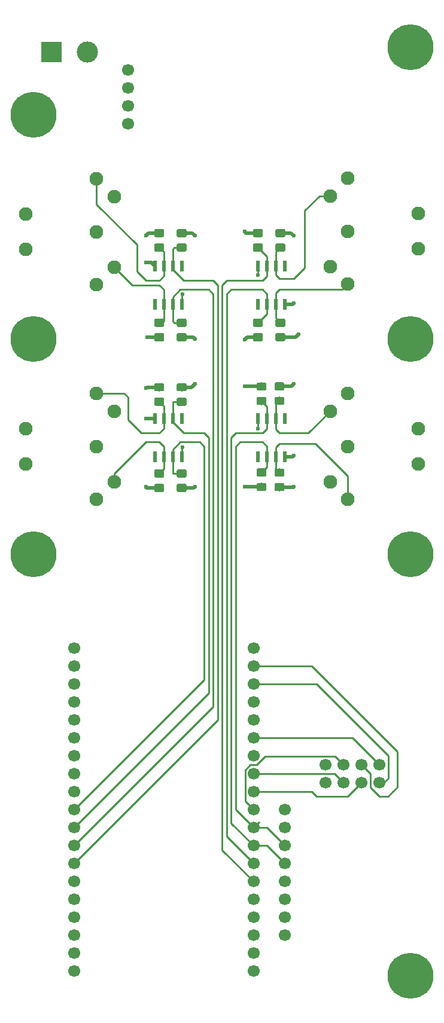
<source format=gbr>
G04 #@! TF.GenerationSoftware,KiCad,Pcbnew,5.0.0-fee4fd1~66~ubuntu18.04.1*
G04 #@! TF.CreationDate,2018-09-30T19:23:13+02:00*
G04 #@! TF.ProjectId,new-joy-board,6E65772D6A6F792D626F6172642E6B69,rev?*
G04 #@! TF.SameCoordinates,Original*
G04 #@! TF.FileFunction,Copper,L1,Top,Signal*
G04 #@! TF.FilePolarity,Positive*
%FSLAX46Y46*%
G04 Gerber Fmt 4.6, Leading zero omitted, Abs format (unit mm)*
G04 Created by KiCad (PCBNEW 5.0.0-fee4fd1~66~ubuntu18.04.1) date Sun Sep 30 19:23:13 2018*
%MOMM*%
%LPD*%
G01*
G04 APERTURE LIST*
G04 #@! TA.AperFunction,ComponentPad*
%ADD10C,6.500000*%
G04 #@! TD*
G04 #@! TA.AperFunction,ComponentPad*
%ADD11C,1.950000*%
G04 #@! TD*
G04 #@! TA.AperFunction,ComponentPad*
%ADD12R,3.000000X3.000000*%
G04 #@! TD*
G04 #@! TA.AperFunction,ComponentPad*
%ADD13C,3.000000*%
G04 #@! TD*
G04 #@! TA.AperFunction,SMDPad,CuDef*
%ADD14R,0.600000X1.550000*%
G04 #@! TD*
G04 #@! TA.AperFunction,Conductor*
%ADD15C,0.100000*%
G04 #@! TD*
G04 #@! TA.AperFunction,SMDPad,CuDef*
%ADD16C,1.150000*%
G04 #@! TD*
G04 #@! TA.AperFunction,ComponentPad*
%ADD17C,1.700000*%
G04 #@! TD*
G04 #@! TA.AperFunction,ViaPad*
%ADD18C,0.600000*%
G04 #@! TD*
G04 #@! TA.AperFunction,Conductor*
%ADD19C,0.500000*%
G04 #@! TD*
G04 #@! TA.AperFunction,Conductor*
%ADD20C,0.250000*%
G04 #@! TD*
G04 APERTURE END LIST*
D10*
G04 #@! TO.P,REF\002A\002A,1*
G04 #@! TO.N,N/C*
X133350000Y-153035000D03*
G04 #@! TD*
D11*
G04 #@! TO.P,J2,2*
G04 #@! TO.N,Net-(J2-Pad2)*
X124460000Y-47625000D03*
G04 #@! TO.P,J2,4*
G04 #@! TO.N,/SDA2BUF*
X121960000Y-42625000D03*
G04 #@! TO.P,J2,1*
G04 #@! TO.N,-BATT*
X124460000Y-40125000D03*
G04 #@! TO.P,J2,5*
G04 #@! TO.N,+5V*
X121960000Y-52625000D03*
G04 #@! TO.P,J2,3*
G04 #@! TO.N,/SCL2BUF*
X124460000Y-55125000D03*
G04 #@! TO.P,J2,S1*
G04 #@! TO.N,-BATT*
X134460000Y-50125000D03*
G04 #@! TO.P,J2,S2*
X134460000Y-45125000D03*
G04 #@! TD*
G04 #@! TO.P,J0,2*
G04 #@! TO.N,Net-(J0-Pad2)*
X88900000Y-78105000D03*
G04 #@! TO.P,J0,4*
G04 #@! TO.N,/SDA0BUF*
X91400000Y-83105000D03*
G04 #@! TO.P,J0,1*
G04 #@! TO.N,-BATT*
X88900000Y-85605000D03*
G04 #@! TO.P,J0,5*
G04 #@! TO.N,+5V*
X91400000Y-73105000D03*
G04 #@! TO.P,J0,3*
G04 #@! TO.N,/SCL0BUF*
X88900000Y-70605000D03*
G04 #@! TO.P,J0,S1*
G04 #@! TO.N,-BATT*
X78900000Y-75605000D03*
G04 #@! TO.P,J0,S2*
X78900000Y-80605000D03*
G04 #@! TD*
G04 #@! TO.P,J1,S2*
G04 #@! TO.N,-BATT*
X78900000Y-50205000D03*
G04 #@! TO.P,J1,S1*
X78900000Y-45205000D03*
G04 #@! TO.P,J1,3*
G04 #@! TO.N,/SCL1BUF*
X88900000Y-40205000D03*
G04 #@! TO.P,J1,5*
G04 #@! TO.N,+5V*
X91400000Y-42705000D03*
G04 #@! TO.P,J1,1*
G04 #@! TO.N,-BATT*
X88900000Y-55205000D03*
G04 #@! TO.P,J1,4*
G04 #@! TO.N,/SDA1BUF*
X91400000Y-52705000D03*
G04 #@! TO.P,J1,2*
G04 #@! TO.N,Net-(J1-Pad2)*
X88900000Y-47705000D03*
G04 #@! TD*
G04 #@! TO.P,J3,2*
G04 #@! TO.N,Net-(J3-Pad2)*
X124460000Y-78105000D03*
G04 #@! TO.P,J3,4*
G04 #@! TO.N,/SDA3BUF*
X121960000Y-73105000D03*
G04 #@! TO.P,J3,1*
G04 #@! TO.N,-BATT*
X124460000Y-70605000D03*
G04 #@! TO.P,J3,5*
G04 #@! TO.N,+5V*
X121960000Y-83105000D03*
G04 #@! TO.P,J3,3*
G04 #@! TO.N,/SCL3BUF*
X124460000Y-85605000D03*
G04 #@! TO.P,J3,S1*
G04 #@! TO.N,-BATT*
X134460000Y-80605000D03*
G04 #@! TO.P,J3,S2*
X134460000Y-75605000D03*
G04 #@! TD*
D12*
G04 #@! TO.P,J4,1*
G04 #@! TO.N,+BATT*
X82550000Y-22225000D03*
D13*
G04 #@! TO.P,J4,2*
G04 #@! TO.N,-BATT*
X87630000Y-22225000D03*
G04 #@! TD*
D10*
G04 #@! TO.P,REF\002A\002A,1*
G04 #@! TO.N,N/C*
X80010000Y-93345000D03*
G04 #@! TD*
G04 #@! TO.P,REF\002A\002A,1*
G04 #@! TO.N,N/C*
X80010000Y-62865000D03*
G04 #@! TD*
G04 #@! TO.P,REF\002A\002A,1*
G04 #@! TO.N,N/C*
X80010000Y-31115000D03*
G04 #@! TD*
G04 #@! TO.P,REF\002A\002A,1*
G04 #@! TO.N,N/C*
X133350000Y-21590000D03*
G04 #@! TD*
G04 #@! TO.P,REF\002A\002A,1*
G04 #@! TO.N,N/C*
X133350000Y-62865000D03*
G04 #@! TD*
G04 #@! TO.P,REF\002A\002A,1*
G04 #@! TO.N,N/C*
X133350000Y-93345000D03*
G04 #@! TD*
D14*
G04 #@! TO.P,U0,1*
G04 #@! TO.N,Net-(U0-Pad1)*
X97155000Y-79535000D03*
G04 #@! TO.P,U0,2*
G04 #@! TO.N,/SDA0BUF*
X98425000Y-79535000D03*
G04 #@! TO.P,U0,3*
G04 #@! TO.N,/SDA0ESP*
X99695000Y-79535000D03*
G04 #@! TO.P,U0,4*
G04 #@! TO.N,-BATT*
X100965000Y-79535000D03*
G04 #@! TO.P,U0,5*
G04 #@! TO.N,Net-(U0-Pad5)*
X100965000Y-74135000D03*
G04 #@! TO.P,U0,6*
G04 #@! TO.N,/SCL0ESP*
X99695000Y-74135000D03*
G04 #@! TO.P,U0,7*
G04 #@! TO.N,/SCL0BUF*
X98425000Y-74135000D03*
G04 #@! TO.P,U0,8*
G04 #@! TO.N,+5V*
X97155000Y-74135000D03*
G04 #@! TD*
G04 #@! TO.P,U1,8*
G04 #@! TO.N,+5V*
X97155000Y-52545000D03*
G04 #@! TO.P,U1,7*
G04 #@! TO.N,/SCL1BUF*
X98425000Y-52545000D03*
G04 #@! TO.P,U1,6*
G04 #@! TO.N,/SCL1ESP*
X99695000Y-52545000D03*
G04 #@! TO.P,U1,5*
G04 #@! TO.N,Net-(U1-Pad5)*
X100965000Y-52545000D03*
G04 #@! TO.P,U1,4*
G04 #@! TO.N,-BATT*
X100965000Y-57945000D03*
G04 #@! TO.P,U1,3*
G04 #@! TO.N,/SDA1ESP*
X99695000Y-57945000D03*
G04 #@! TO.P,U1,2*
G04 #@! TO.N,/SDA1BUF*
X98425000Y-57945000D03*
G04 #@! TO.P,U1,1*
G04 #@! TO.N,Net-(U1-Pad1)*
X97155000Y-57945000D03*
G04 #@! TD*
G04 #@! TO.P,U2,1*
G04 #@! TO.N,Net-(U2-Pad1)*
X115570000Y-52545000D03*
G04 #@! TO.P,U2,2*
G04 #@! TO.N,/SDA2BUF*
X114300000Y-52545000D03*
G04 #@! TO.P,U2,3*
G04 #@! TO.N,/SDA2ESP*
X113030000Y-52545000D03*
G04 #@! TO.P,U2,4*
G04 #@! TO.N,-BATT*
X111760000Y-52545000D03*
G04 #@! TO.P,U2,5*
G04 #@! TO.N,Net-(U2-Pad5)*
X111760000Y-57945000D03*
G04 #@! TO.P,U2,6*
G04 #@! TO.N,/SCL2ESP*
X113030000Y-57945000D03*
G04 #@! TO.P,U2,7*
G04 #@! TO.N,/SCL2BUF*
X114300000Y-57945000D03*
G04 #@! TO.P,U2,8*
G04 #@! TO.N,+5V*
X115570000Y-57945000D03*
G04 #@! TD*
G04 #@! TO.P,U3,8*
G04 #@! TO.N,+5V*
X115570000Y-79535000D03*
G04 #@! TO.P,U3,7*
G04 #@! TO.N,/SCL3BUF*
X114300000Y-79535000D03*
G04 #@! TO.P,U3,6*
G04 #@! TO.N,/SCL3ESP*
X113030000Y-79535000D03*
G04 #@! TO.P,U3,5*
G04 #@! TO.N,Net-(U3-Pad5)*
X111760000Y-79535000D03*
G04 #@! TO.P,U3,4*
G04 #@! TO.N,-BATT*
X111760000Y-74135000D03*
G04 #@! TO.P,U3,3*
G04 #@! TO.N,/SDA3ESP*
X113030000Y-74135000D03*
G04 #@! TO.P,U3,2*
G04 #@! TO.N,/SDA3BUF*
X114300000Y-74135000D03*
G04 #@! TO.P,U3,1*
G04 #@! TO.N,Net-(U3-Pad1)*
X115570000Y-74135000D03*
G04 #@! TD*
D15*
G04 #@! TO.N,/SCL3ESP*
G04 #@! TO.C,R1*
G36*
X112742505Y-81196204D02*
X112766773Y-81199804D01*
X112790572Y-81205765D01*
X112813671Y-81214030D01*
X112835850Y-81224520D01*
X112856893Y-81237132D01*
X112876599Y-81251747D01*
X112894777Y-81268223D01*
X112911253Y-81286401D01*
X112925868Y-81306107D01*
X112938480Y-81327150D01*
X112948970Y-81349329D01*
X112957235Y-81372428D01*
X112963196Y-81396227D01*
X112966796Y-81420495D01*
X112968000Y-81444999D01*
X112968000Y-82095001D01*
X112966796Y-82119505D01*
X112963196Y-82143773D01*
X112957235Y-82167572D01*
X112948970Y-82190671D01*
X112938480Y-82212850D01*
X112925868Y-82233893D01*
X112911253Y-82253599D01*
X112894777Y-82271777D01*
X112876599Y-82288253D01*
X112856893Y-82302868D01*
X112835850Y-82315480D01*
X112813671Y-82325970D01*
X112790572Y-82334235D01*
X112766773Y-82340196D01*
X112742505Y-82343796D01*
X112718001Y-82345000D01*
X111817999Y-82345000D01*
X111793495Y-82343796D01*
X111769227Y-82340196D01*
X111745428Y-82334235D01*
X111722329Y-82325970D01*
X111700150Y-82315480D01*
X111679107Y-82302868D01*
X111659401Y-82288253D01*
X111641223Y-82271777D01*
X111624747Y-82253599D01*
X111610132Y-82233893D01*
X111597520Y-82212850D01*
X111587030Y-82190671D01*
X111578765Y-82167572D01*
X111572804Y-82143773D01*
X111569204Y-82119505D01*
X111568000Y-82095001D01*
X111568000Y-81444999D01*
X111569204Y-81420495D01*
X111572804Y-81396227D01*
X111578765Y-81372428D01*
X111587030Y-81349329D01*
X111597520Y-81327150D01*
X111610132Y-81306107D01*
X111624747Y-81286401D01*
X111641223Y-81268223D01*
X111659401Y-81251747D01*
X111679107Y-81237132D01*
X111700150Y-81224520D01*
X111722329Y-81214030D01*
X111745428Y-81205765D01*
X111769227Y-81199804D01*
X111793495Y-81196204D01*
X111817999Y-81195000D01*
X112718001Y-81195000D01*
X112742505Y-81196204D01*
X112742505Y-81196204D01*
G37*
D16*
G04 #@! TD*
G04 #@! TO.P,R1,2*
G04 #@! TO.N,/SCL3ESP*
X112268000Y-81770000D03*
D15*
G04 #@! TO.N,+3V3*
G04 #@! TO.C,R1*
G36*
X112742505Y-83246204D02*
X112766773Y-83249804D01*
X112790572Y-83255765D01*
X112813671Y-83264030D01*
X112835850Y-83274520D01*
X112856893Y-83287132D01*
X112876599Y-83301747D01*
X112894777Y-83318223D01*
X112911253Y-83336401D01*
X112925868Y-83356107D01*
X112938480Y-83377150D01*
X112948970Y-83399329D01*
X112957235Y-83422428D01*
X112963196Y-83446227D01*
X112966796Y-83470495D01*
X112968000Y-83494999D01*
X112968000Y-84145001D01*
X112966796Y-84169505D01*
X112963196Y-84193773D01*
X112957235Y-84217572D01*
X112948970Y-84240671D01*
X112938480Y-84262850D01*
X112925868Y-84283893D01*
X112911253Y-84303599D01*
X112894777Y-84321777D01*
X112876599Y-84338253D01*
X112856893Y-84352868D01*
X112835850Y-84365480D01*
X112813671Y-84375970D01*
X112790572Y-84384235D01*
X112766773Y-84390196D01*
X112742505Y-84393796D01*
X112718001Y-84395000D01*
X111817999Y-84395000D01*
X111793495Y-84393796D01*
X111769227Y-84390196D01*
X111745428Y-84384235D01*
X111722329Y-84375970D01*
X111700150Y-84365480D01*
X111679107Y-84352868D01*
X111659401Y-84338253D01*
X111641223Y-84321777D01*
X111624747Y-84303599D01*
X111610132Y-84283893D01*
X111597520Y-84262850D01*
X111587030Y-84240671D01*
X111578765Y-84217572D01*
X111572804Y-84193773D01*
X111569204Y-84169505D01*
X111568000Y-84145001D01*
X111568000Y-83494999D01*
X111569204Y-83470495D01*
X111572804Y-83446227D01*
X111578765Y-83422428D01*
X111587030Y-83399329D01*
X111597520Y-83377150D01*
X111610132Y-83356107D01*
X111624747Y-83336401D01*
X111641223Y-83318223D01*
X111659401Y-83301747D01*
X111679107Y-83287132D01*
X111700150Y-83274520D01*
X111722329Y-83264030D01*
X111745428Y-83255765D01*
X111769227Y-83249804D01*
X111793495Y-83246204D01*
X111817999Y-83245000D01*
X112718001Y-83245000D01*
X112742505Y-83246204D01*
X112742505Y-83246204D01*
G37*
D16*
G04 #@! TD*
G04 #@! TO.P,R1,1*
G04 #@! TO.N,+3V3*
X112268000Y-83820000D03*
D15*
G04 #@! TO.N,/SDA3ESP*
G04 #@! TO.C,R2*
G36*
X112742505Y-71072204D02*
X112766773Y-71075804D01*
X112790572Y-71081765D01*
X112813671Y-71090030D01*
X112835850Y-71100520D01*
X112856893Y-71113132D01*
X112876599Y-71127747D01*
X112894777Y-71144223D01*
X112911253Y-71162401D01*
X112925868Y-71182107D01*
X112938480Y-71203150D01*
X112948970Y-71225329D01*
X112957235Y-71248428D01*
X112963196Y-71272227D01*
X112966796Y-71296495D01*
X112968000Y-71320999D01*
X112968000Y-71971001D01*
X112966796Y-71995505D01*
X112963196Y-72019773D01*
X112957235Y-72043572D01*
X112948970Y-72066671D01*
X112938480Y-72088850D01*
X112925868Y-72109893D01*
X112911253Y-72129599D01*
X112894777Y-72147777D01*
X112876599Y-72164253D01*
X112856893Y-72178868D01*
X112835850Y-72191480D01*
X112813671Y-72201970D01*
X112790572Y-72210235D01*
X112766773Y-72216196D01*
X112742505Y-72219796D01*
X112718001Y-72221000D01*
X111817999Y-72221000D01*
X111793495Y-72219796D01*
X111769227Y-72216196D01*
X111745428Y-72210235D01*
X111722329Y-72201970D01*
X111700150Y-72191480D01*
X111679107Y-72178868D01*
X111659401Y-72164253D01*
X111641223Y-72147777D01*
X111624747Y-72129599D01*
X111610132Y-72109893D01*
X111597520Y-72088850D01*
X111587030Y-72066671D01*
X111578765Y-72043572D01*
X111572804Y-72019773D01*
X111569204Y-71995505D01*
X111568000Y-71971001D01*
X111568000Y-71320999D01*
X111569204Y-71296495D01*
X111572804Y-71272227D01*
X111578765Y-71248428D01*
X111587030Y-71225329D01*
X111597520Y-71203150D01*
X111610132Y-71182107D01*
X111624747Y-71162401D01*
X111641223Y-71144223D01*
X111659401Y-71127747D01*
X111679107Y-71113132D01*
X111700150Y-71100520D01*
X111722329Y-71090030D01*
X111745428Y-71081765D01*
X111769227Y-71075804D01*
X111793495Y-71072204D01*
X111817999Y-71071000D01*
X112718001Y-71071000D01*
X112742505Y-71072204D01*
X112742505Y-71072204D01*
G37*
D16*
G04 #@! TD*
G04 #@! TO.P,R2,2*
G04 #@! TO.N,/SDA3ESP*
X112268000Y-71646000D03*
D15*
G04 #@! TO.N,+3V3*
G04 #@! TO.C,R2*
G36*
X112742505Y-69022204D02*
X112766773Y-69025804D01*
X112790572Y-69031765D01*
X112813671Y-69040030D01*
X112835850Y-69050520D01*
X112856893Y-69063132D01*
X112876599Y-69077747D01*
X112894777Y-69094223D01*
X112911253Y-69112401D01*
X112925868Y-69132107D01*
X112938480Y-69153150D01*
X112948970Y-69175329D01*
X112957235Y-69198428D01*
X112963196Y-69222227D01*
X112966796Y-69246495D01*
X112968000Y-69270999D01*
X112968000Y-69921001D01*
X112966796Y-69945505D01*
X112963196Y-69969773D01*
X112957235Y-69993572D01*
X112948970Y-70016671D01*
X112938480Y-70038850D01*
X112925868Y-70059893D01*
X112911253Y-70079599D01*
X112894777Y-70097777D01*
X112876599Y-70114253D01*
X112856893Y-70128868D01*
X112835850Y-70141480D01*
X112813671Y-70151970D01*
X112790572Y-70160235D01*
X112766773Y-70166196D01*
X112742505Y-70169796D01*
X112718001Y-70171000D01*
X111817999Y-70171000D01*
X111793495Y-70169796D01*
X111769227Y-70166196D01*
X111745428Y-70160235D01*
X111722329Y-70151970D01*
X111700150Y-70141480D01*
X111679107Y-70128868D01*
X111659401Y-70114253D01*
X111641223Y-70097777D01*
X111624747Y-70079599D01*
X111610132Y-70059893D01*
X111597520Y-70038850D01*
X111587030Y-70016671D01*
X111578765Y-69993572D01*
X111572804Y-69969773D01*
X111569204Y-69945505D01*
X111568000Y-69921001D01*
X111568000Y-69270999D01*
X111569204Y-69246495D01*
X111572804Y-69222227D01*
X111578765Y-69198428D01*
X111587030Y-69175329D01*
X111597520Y-69153150D01*
X111610132Y-69132107D01*
X111624747Y-69112401D01*
X111641223Y-69094223D01*
X111659401Y-69077747D01*
X111679107Y-69063132D01*
X111700150Y-69050520D01*
X111722329Y-69040030D01*
X111745428Y-69031765D01*
X111769227Y-69025804D01*
X111793495Y-69022204D01*
X111817999Y-69021000D01*
X112718001Y-69021000D01*
X112742505Y-69022204D01*
X112742505Y-69022204D01*
G37*
D16*
G04 #@! TD*
G04 #@! TO.P,R2,1*
G04 #@! TO.N,+3V3*
X112268000Y-69596000D03*
D15*
G04 #@! TO.N,/SCL2ESP*
G04 #@! TO.C,R3*
G36*
X112234505Y-59996204D02*
X112258773Y-59999804D01*
X112282572Y-60005765D01*
X112305671Y-60014030D01*
X112327850Y-60024520D01*
X112348893Y-60037132D01*
X112368599Y-60051747D01*
X112386777Y-60068223D01*
X112403253Y-60086401D01*
X112417868Y-60106107D01*
X112430480Y-60127150D01*
X112440970Y-60149329D01*
X112449235Y-60172428D01*
X112455196Y-60196227D01*
X112458796Y-60220495D01*
X112460000Y-60244999D01*
X112460000Y-60895001D01*
X112458796Y-60919505D01*
X112455196Y-60943773D01*
X112449235Y-60967572D01*
X112440970Y-60990671D01*
X112430480Y-61012850D01*
X112417868Y-61033893D01*
X112403253Y-61053599D01*
X112386777Y-61071777D01*
X112368599Y-61088253D01*
X112348893Y-61102868D01*
X112327850Y-61115480D01*
X112305671Y-61125970D01*
X112282572Y-61134235D01*
X112258773Y-61140196D01*
X112234505Y-61143796D01*
X112210001Y-61145000D01*
X111309999Y-61145000D01*
X111285495Y-61143796D01*
X111261227Y-61140196D01*
X111237428Y-61134235D01*
X111214329Y-61125970D01*
X111192150Y-61115480D01*
X111171107Y-61102868D01*
X111151401Y-61088253D01*
X111133223Y-61071777D01*
X111116747Y-61053599D01*
X111102132Y-61033893D01*
X111089520Y-61012850D01*
X111079030Y-60990671D01*
X111070765Y-60967572D01*
X111064804Y-60943773D01*
X111061204Y-60919505D01*
X111060000Y-60895001D01*
X111060000Y-60244999D01*
X111061204Y-60220495D01*
X111064804Y-60196227D01*
X111070765Y-60172428D01*
X111079030Y-60149329D01*
X111089520Y-60127150D01*
X111102132Y-60106107D01*
X111116747Y-60086401D01*
X111133223Y-60068223D01*
X111151401Y-60051747D01*
X111171107Y-60037132D01*
X111192150Y-60024520D01*
X111214329Y-60014030D01*
X111237428Y-60005765D01*
X111261227Y-59999804D01*
X111285495Y-59996204D01*
X111309999Y-59995000D01*
X112210001Y-59995000D01*
X112234505Y-59996204D01*
X112234505Y-59996204D01*
G37*
D16*
G04 #@! TD*
G04 #@! TO.P,R3,2*
G04 #@! TO.N,/SCL2ESP*
X111760000Y-60570000D03*
D15*
G04 #@! TO.N,+3V3*
G04 #@! TO.C,R3*
G36*
X112234505Y-62046204D02*
X112258773Y-62049804D01*
X112282572Y-62055765D01*
X112305671Y-62064030D01*
X112327850Y-62074520D01*
X112348893Y-62087132D01*
X112368599Y-62101747D01*
X112386777Y-62118223D01*
X112403253Y-62136401D01*
X112417868Y-62156107D01*
X112430480Y-62177150D01*
X112440970Y-62199329D01*
X112449235Y-62222428D01*
X112455196Y-62246227D01*
X112458796Y-62270495D01*
X112460000Y-62294999D01*
X112460000Y-62945001D01*
X112458796Y-62969505D01*
X112455196Y-62993773D01*
X112449235Y-63017572D01*
X112440970Y-63040671D01*
X112430480Y-63062850D01*
X112417868Y-63083893D01*
X112403253Y-63103599D01*
X112386777Y-63121777D01*
X112368599Y-63138253D01*
X112348893Y-63152868D01*
X112327850Y-63165480D01*
X112305671Y-63175970D01*
X112282572Y-63184235D01*
X112258773Y-63190196D01*
X112234505Y-63193796D01*
X112210001Y-63195000D01*
X111309999Y-63195000D01*
X111285495Y-63193796D01*
X111261227Y-63190196D01*
X111237428Y-63184235D01*
X111214329Y-63175970D01*
X111192150Y-63165480D01*
X111171107Y-63152868D01*
X111151401Y-63138253D01*
X111133223Y-63121777D01*
X111116747Y-63103599D01*
X111102132Y-63083893D01*
X111089520Y-63062850D01*
X111079030Y-63040671D01*
X111070765Y-63017572D01*
X111064804Y-62993773D01*
X111061204Y-62969505D01*
X111060000Y-62945001D01*
X111060000Y-62294999D01*
X111061204Y-62270495D01*
X111064804Y-62246227D01*
X111070765Y-62222428D01*
X111079030Y-62199329D01*
X111089520Y-62177150D01*
X111102132Y-62156107D01*
X111116747Y-62136401D01*
X111133223Y-62118223D01*
X111151401Y-62101747D01*
X111171107Y-62087132D01*
X111192150Y-62074520D01*
X111214329Y-62064030D01*
X111237428Y-62055765D01*
X111261227Y-62049804D01*
X111285495Y-62046204D01*
X111309999Y-62045000D01*
X112210001Y-62045000D01*
X112234505Y-62046204D01*
X112234505Y-62046204D01*
G37*
D16*
G04 #@! TD*
G04 #@! TO.P,R3,1*
G04 #@! TO.N,+3V3*
X111760000Y-62620000D03*
D15*
G04 #@! TO.N,+3V3*
G04 #@! TO.C,R4*
G36*
X112234505Y-47296204D02*
X112258773Y-47299804D01*
X112282572Y-47305765D01*
X112305671Y-47314030D01*
X112327850Y-47324520D01*
X112348893Y-47337132D01*
X112368599Y-47351747D01*
X112386777Y-47368223D01*
X112403253Y-47386401D01*
X112417868Y-47406107D01*
X112430480Y-47427150D01*
X112440970Y-47449329D01*
X112449235Y-47472428D01*
X112455196Y-47496227D01*
X112458796Y-47520495D01*
X112460000Y-47544999D01*
X112460000Y-48195001D01*
X112458796Y-48219505D01*
X112455196Y-48243773D01*
X112449235Y-48267572D01*
X112440970Y-48290671D01*
X112430480Y-48312850D01*
X112417868Y-48333893D01*
X112403253Y-48353599D01*
X112386777Y-48371777D01*
X112368599Y-48388253D01*
X112348893Y-48402868D01*
X112327850Y-48415480D01*
X112305671Y-48425970D01*
X112282572Y-48434235D01*
X112258773Y-48440196D01*
X112234505Y-48443796D01*
X112210001Y-48445000D01*
X111309999Y-48445000D01*
X111285495Y-48443796D01*
X111261227Y-48440196D01*
X111237428Y-48434235D01*
X111214329Y-48425970D01*
X111192150Y-48415480D01*
X111171107Y-48402868D01*
X111151401Y-48388253D01*
X111133223Y-48371777D01*
X111116747Y-48353599D01*
X111102132Y-48333893D01*
X111089520Y-48312850D01*
X111079030Y-48290671D01*
X111070765Y-48267572D01*
X111064804Y-48243773D01*
X111061204Y-48219505D01*
X111060000Y-48195001D01*
X111060000Y-47544999D01*
X111061204Y-47520495D01*
X111064804Y-47496227D01*
X111070765Y-47472428D01*
X111079030Y-47449329D01*
X111089520Y-47427150D01*
X111102132Y-47406107D01*
X111116747Y-47386401D01*
X111133223Y-47368223D01*
X111151401Y-47351747D01*
X111171107Y-47337132D01*
X111192150Y-47324520D01*
X111214329Y-47314030D01*
X111237428Y-47305765D01*
X111261227Y-47299804D01*
X111285495Y-47296204D01*
X111309999Y-47295000D01*
X112210001Y-47295000D01*
X112234505Y-47296204D01*
X112234505Y-47296204D01*
G37*
D16*
G04 #@! TD*
G04 #@! TO.P,R4,1*
G04 #@! TO.N,+3V3*
X111760000Y-47870000D03*
D15*
G04 #@! TO.N,/SDA2ESP*
G04 #@! TO.C,R4*
G36*
X112234505Y-49346204D02*
X112258773Y-49349804D01*
X112282572Y-49355765D01*
X112305671Y-49364030D01*
X112327850Y-49374520D01*
X112348893Y-49387132D01*
X112368599Y-49401747D01*
X112386777Y-49418223D01*
X112403253Y-49436401D01*
X112417868Y-49456107D01*
X112430480Y-49477150D01*
X112440970Y-49499329D01*
X112449235Y-49522428D01*
X112455196Y-49546227D01*
X112458796Y-49570495D01*
X112460000Y-49594999D01*
X112460000Y-50245001D01*
X112458796Y-50269505D01*
X112455196Y-50293773D01*
X112449235Y-50317572D01*
X112440970Y-50340671D01*
X112430480Y-50362850D01*
X112417868Y-50383893D01*
X112403253Y-50403599D01*
X112386777Y-50421777D01*
X112368599Y-50438253D01*
X112348893Y-50452868D01*
X112327850Y-50465480D01*
X112305671Y-50475970D01*
X112282572Y-50484235D01*
X112258773Y-50490196D01*
X112234505Y-50493796D01*
X112210001Y-50495000D01*
X111309999Y-50495000D01*
X111285495Y-50493796D01*
X111261227Y-50490196D01*
X111237428Y-50484235D01*
X111214329Y-50475970D01*
X111192150Y-50465480D01*
X111171107Y-50452868D01*
X111151401Y-50438253D01*
X111133223Y-50421777D01*
X111116747Y-50403599D01*
X111102132Y-50383893D01*
X111089520Y-50362850D01*
X111079030Y-50340671D01*
X111070765Y-50317572D01*
X111064804Y-50293773D01*
X111061204Y-50269505D01*
X111060000Y-50245001D01*
X111060000Y-49594999D01*
X111061204Y-49570495D01*
X111064804Y-49546227D01*
X111070765Y-49522428D01*
X111079030Y-49499329D01*
X111089520Y-49477150D01*
X111102132Y-49456107D01*
X111116747Y-49436401D01*
X111133223Y-49418223D01*
X111151401Y-49401747D01*
X111171107Y-49387132D01*
X111192150Y-49374520D01*
X111214329Y-49364030D01*
X111237428Y-49355765D01*
X111261227Y-49349804D01*
X111285495Y-49346204D01*
X111309999Y-49345000D01*
X112210001Y-49345000D01*
X112234505Y-49346204D01*
X112234505Y-49346204D01*
G37*
D16*
G04 #@! TD*
G04 #@! TO.P,R4,2*
G04 #@! TO.N,/SDA2ESP*
X111760000Y-49920000D03*
D15*
G04 #@! TO.N,/SCL1ESP*
G04 #@! TO.C,R5*
G36*
X101439505Y-49346204D02*
X101463773Y-49349804D01*
X101487572Y-49355765D01*
X101510671Y-49364030D01*
X101532850Y-49374520D01*
X101553893Y-49387132D01*
X101573599Y-49401747D01*
X101591777Y-49418223D01*
X101608253Y-49436401D01*
X101622868Y-49456107D01*
X101635480Y-49477150D01*
X101645970Y-49499329D01*
X101654235Y-49522428D01*
X101660196Y-49546227D01*
X101663796Y-49570495D01*
X101665000Y-49594999D01*
X101665000Y-50245001D01*
X101663796Y-50269505D01*
X101660196Y-50293773D01*
X101654235Y-50317572D01*
X101645970Y-50340671D01*
X101635480Y-50362850D01*
X101622868Y-50383893D01*
X101608253Y-50403599D01*
X101591777Y-50421777D01*
X101573599Y-50438253D01*
X101553893Y-50452868D01*
X101532850Y-50465480D01*
X101510671Y-50475970D01*
X101487572Y-50484235D01*
X101463773Y-50490196D01*
X101439505Y-50493796D01*
X101415001Y-50495000D01*
X100514999Y-50495000D01*
X100490495Y-50493796D01*
X100466227Y-50490196D01*
X100442428Y-50484235D01*
X100419329Y-50475970D01*
X100397150Y-50465480D01*
X100376107Y-50452868D01*
X100356401Y-50438253D01*
X100338223Y-50421777D01*
X100321747Y-50403599D01*
X100307132Y-50383893D01*
X100294520Y-50362850D01*
X100284030Y-50340671D01*
X100275765Y-50317572D01*
X100269804Y-50293773D01*
X100266204Y-50269505D01*
X100265000Y-50245001D01*
X100265000Y-49594999D01*
X100266204Y-49570495D01*
X100269804Y-49546227D01*
X100275765Y-49522428D01*
X100284030Y-49499329D01*
X100294520Y-49477150D01*
X100307132Y-49456107D01*
X100321747Y-49436401D01*
X100338223Y-49418223D01*
X100356401Y-49401747D01*
X100376107Y-49387132D01*
X100397150Y-49374520D01*
X100419329Y-49364030D01*
X100442428Y-49355765D01*
X100466227Y-49349804D01*
X100490495Y-49346204D01*
X100514999Y-49345000D01*
X101415001Y-49345000D01*
X101439505Y-49346204D01*
X101439505Y-49346204D01*
G37*
D16*
G04 #@! TD*
G04 #@! TO.P,R5,2*
G04 #@! TO.N,/SCL1ESP*
X100965000Y-49920000D03*
D15*
G04 #@! TO.N,+3V3*
G04 #@! TO.C,R5*
G36*
X101439505Y-47296204D02*
X101463773Y-47299804D01*
X101487572Y-47305765D01*
X101510671Y-47314030D01*
X101532850Y-47324520D01*
X101553893Y-47337132D01*
X101573599Y-47351747D01*
X101591777Y-47368223D01*
X101608253Y-47386401D01*
X101622868Y-47406107D01*
X101635480Y-47427150D01*
X101645970Y-47449329D01*
X101654235Y-47472428D01*
X101660196Y-47496227D01*
X101663796Y-47520495D01*
X101665000Y-47544999D01*
X101665000Y-48195001D01*
X101663796Y-48219505D01*
X101660196Y-48243773D01*
X101654235Y-48267572D01*
X101645970Y-48290671D01*
X101635480Y-48312850D01*
X101622868Y-48333893D01*
X101608253Y-48353599D01*
X101591777Y-48371777D01*
X101573599Y-48388253D01*
X101553893Y-48402868D01*
X101532850Y-48415480D01*
X101510671Y-48425970D01*
X101487572Y-48434235D01*
X101463773Y-48440196D01*
X101439505Y-48443796D01*
X101415001Y-48445000D01*
X100514999Y-48445000D01*
X100490495Y-48443796D01*
X100466227Y-48440196D01*
X100442428Y-48434235D01*
X100419329Y-48425970D01*
X100397150Y-48415480D01*
X100376107Y-48402868D01*
X100356401Y-48388253D01*
X100338223Y-48371777D01*
X100321747Y-48353599D01*
X100307132Y-48333893D01*
X100294520Y-48312850D01*
X100284030Y-48290671D01*
X100275765Y-48267572D01*
X100269804Y-48243773D01*
X100266204Y-48219505D01*
X100265000Y-48195001D01*
X100265000Y-47544999D01*
X100266204Y-47520495D01*
X100269804Y-47496227D01*
X100275765Y-47472428D01*
X100284030Y-47449329D01*
X100294520Y-47427150D01*
X100307132Y-47406107D01*
X100321747Y-47386401D01*
X100338223Y-47368223D01*
X100356401Y-47351747D01*
X100376107Y-47337132D01*
X100397150Y-47324520D01*
X100419329Y-47314030D01*
X100442428Y-47305765D01*
X100466227Y-47299804D01*
X100490495Y-47296204D01*
X100514999Y-47295000D01*
X101415001Y-47295000D01*
X101439505Y-47296204D01*
X101439505Y-47296204D01*
G37*
D16*
G04 #@! TD*
G04 #@! TO.P,R5,1*
G04 #@! TO.N,+3V3*
X100965000Y-47870000D03*
D15*
G04 #@! TO.N,/SDA1ESP*
G04 #@! TO.C,R6*
G36*
X101439505Y-59996204D02*
X101463773Y-59999804D01*
X101487572Y-60005765D01*
X101510671Y-60014030D01*
X101532850Y-60024520D01*
X101553893Y-60037132D01*
X101573599Y-60051747D01*
X101591777Y-60068223D01*
X101608253Y-60086401D01*
X101622868Y-60106107D01*
X101635480Y-60127150D01*
X101645970Y-60149329D01*
X101654235Y-60172428D01*
X101660196Y-60196227D01*
X101663796Y-60220495D01*
X101665000Y-60244999D01*
X101665000Y-60895001D01*
X101663796Y-60919505D01*
X101660196Y-60943773D01*
X101654235Y-60967572D01*
X101645970Y-60990671D01*
X101635480Y-61012850D01*
X101622868Y-61033893D01*
X101608253Y-61053599D01*
X101591777Y-61071777D01*
X101573599Y-61088253D01*
X101553893Y-61102868D01*
X101532850Y-61115480D01*
X101510671Y-61125970D01*
X101487572Y-61134235D01*
X101463773Y-61140196D01*
X101439505Y-61143796D01*
X101415001Y-61145000D01*
X100514999Y-61145000D01*
X100490495Y-61143796D01*
X100466227Y-61140196D01*
X100442428Y-61134235D01*
X100419329Y-61125970D01*
X100397150Y-61115480D01*
X100376107Y-61102868D01*
X100356401Y-61088253D01*
X100338223Y-61071777D01*
X100321747Y-61053599D01*
X100307132Y-61033893D01*
X100294520Y-61012850D01*
X100284030Y-60990671D01*
X100275765Y-60967572D01*
X100269804Y-60943773D01*
X100266204Y-60919505D01*
X100265000Y-60895001D01*
X100265000Y-60244999D01*
X100266204Y-60220495D01*
X100269804Y-60196227D01*
X100275765Y-60172428D01*
X100284030Y-60149329D01*
X100294520Y-60127150D01*
X100307132Y-60106107D01*
X100321747Y-60086401D01*
X100338223Y-60068223D01*
X100356401Y-60051747D01*
X100376107Y-60037132D01*
X100397150Y-60024520D01*
X100419329Y-60014030D01*
X100442428Y-60005765D01*
X100466227Y-59999804D01*
X100490495Y-59996204D01*
X100514999Y-59995000D01*
X101415001Y-59995000D01*
X101439505Y-59996204D01*
X101439505Y-59996204D01*
G37*
D16*
G04 #@! TD*
G04 #@! TO.P,R6,2*
G04 #@! TO.N,/SDA1ESP*
X100965000Y-60570000D03*
D15*
G04 #@! TO.N,+3V3*
G04 #@! TO.C,R6*
G36*
X101439505Y-62046204D02*
X101463773Y-62049804D01*
X101487572Y-62055765D01*
X101510671Y-62064030D01*
X101532850Y-62074520D01*
X101553893Y-62087132D01*
X101573599Y-62101747D01*
X101591777Y-62118223D01*
X101608253Y-62136401D01*
X101622868Y-62156107D01*
X101635480Y-62177150D01*
X101645970Y-62199329D01*
X101654235Y-62222428D01*
X101660196Y-62246227D01*
X101663796Y-62270495D01*
X101665000Y-62294999D01*
X101665000Y-62945001D01*
X101663796Y-62969505D01*
X101660196Y-62993773D01*
X101654235Y-63017572D01*
X101645970Y-63040671D01*
X101635480Y-63062850D01*
X101622868Y-63083893D01*
X101608253Y-63103599D01*
X101591777Y-63121777D01*
X101573599Y-63138253D01*
X101553893Y-63152868D01*
X101532850Y-63165480D01*
X101510671Y-63175970D01*
X101487572Y-63184235D01*
X101463773Y-63190196D01*
X101439505Y-63193796D01*
X101415001Y-63195000D01*
X100514999Y-63195000D01*
X100490495Y-63193796D01*
X100466227Y-63190196D01*
X100442428Y-63184235D01*
X100419329Y-63175970D01*
X100397150Y-63165480D01*
X100376107Y-63152868D01*
X100356401Y-63138253D01*
X100338223Y-63121777D01*
X100321747Y-63103599D01*
X100307132Y-63083893D01*
X100294520Y-63062850D01*
X100284030Y-63040671D01*
X100275765Y-63017572D01*
X100269804Y-62993773D01*
X100266204Y-62969505D01*
X100265000Y-62945001D01*
X100265000Y-62294999D01*
X100266204Y-62270495D01*
X100269804Y-62246227D01*
X100275765Y-62222428D01*
X100284030Y-62199329D01*
X100294520Y-62177150D01*
X100307132Y-62156107D01*
X100321747Y-62136401D01*
X100338223Y-62118223D01*
X100356401Y-62101747D01*
X100376107Y-62087132D01*
X100397150Y-62074520D01*
X100419329Y-62064030D01*
X100442428Y-62055765D01*
X100466227Y-62049804D01*
X100490495Y-62046204D01*
X100514999Y-62045000D01*
X101415001Y-62045000D01*
X101439505Y-62046204D01*
X101439505Y-62046204D01*
G37*
D16*
G04 #@! TD*
G04 #@! TO.P,R6,1*
G04 #@! TO.N,+3V3*
X100965000Y-62620000D03*
D15*
G04 #@! TO.N,+3V3*
G04 #@! TO.C,R7*
G36*
X101439505Y-69131204D02*
X101463773Y-69134804D01*
X101487572Y-69140765D01*
X101510671Y-69149030D01*
X101532850Y-69159520D01*
X101553893Y-69172132D01*
X101573599Y-69186747D01*
X101591777Y-69203223D01*
X101608253Y-69221401D01*
X101622868Y-69241107D01*
X101635480Y-69262150D01*
X101645970Y-69284329D01*
X101654235Y-69307428D01*
X101660196Y-69331227D01*
X101663796Y-69355495D01*
X101665000Y-69379999D01*
X101665000Y-70030001D01*
X101663796Y-70054505D01*
X101660196Y-70078773D01*
X101654235Y-70102572D01*
X101645970Y-70125671D01*
X101635480Y-70147850D01*
X101622868Y-70168893D01*
X101608253Y-70188599D01*
X101591777Y-70206777D01*
X101573599Y-70223253D01*
X101553893Y-70237868D01*
X101532850Y-70250480D01*
X101510671Y-70260970D01*
X101487572Y-70269235D01*
X101463773Y-70275196D01*
X101439505Y-70278796D01*
X101415001Y-70280000D01*
X100514999Y-70280000D01*
X100490495Y-70278796D01*
X100466227Y-70275196D01*
X100442428Y-70269235D01*
X100419329Y-70260970D01*
X100397150Y-70250480D01*
X100376107Y-70237868D01*
X100356401Y-70223253D01*
X100338223Y-70206777D01*
X100321747Y-70188599D01*
X100307132Y-70168893D01*
X100294520Y-70147850D01*
X100284030Y-70125671D01*
X100275765Y-70102572D01*
X100269804Y-70078773D01*
X100266204Y-70054505D01*
X100265000Y-70030001D01*
X100265000Y-69379999D01*
X100266204Y-69355495D01*
X100269804Y-69331227D01*
X100275765Y-69307428D01*
X100284030Y-69284329D01*
X100294520Y-69262150D01*
X100307132Y-69241107D01*
X100321747Y-69221401D01*
X100338223Y-69203223D01*
X100356401Y-69186747D01*
X100376107Y-69172132D01*
X100397150Y-69159520D01*
X100419329Y-69149030D01*
X100442428Y-69140765D01*
X100466227Y-69134804D01*
X100490495Y-69131204D01*
X100514999Y-69130000D01*
X101415001Y-69130000D01*
X101439505Y-69131204D01*
X101439505Y-69131204D01*
G37*
D16*
G04 #@! TD*
G04 #@! TO.P,R7,1*
G04 #@! TO.N,+3V3*
X100965000Y-69705000D03*
D15*
G04 #@! TO.N,/SCL0ESP*
G04 #@! TO.C,R7*
G36*
X101439505Y-71181204D02*
X101463773Y-71184804D01*
X101487572Y-71190765D01*
X101510671Y-71199030D01*
X101532850Y-71209520D01*
X101553893Y-71222132D01*
X101573599Y-71236747D01*
X101591777Y-71253223D01*
X101608253Y-71271401D01*
X101622868Y-71291107D01*
X101635480Y-71312150D01*
X101645970Y-71334329D01*
X101654235Y-71357428D01*
X101660196Y-71381227D01*
X101663796Y-71405495D01*
X101665000Y-71429999D01*
X101665000Y-72080001D01*
X101663796Y-72104505D01*
X101660196Y-72128773D01*
X101654235Y-72152572D01*
X101645970Y-72175671D01*
X101635480Y-72197850D01*
X101622868Y-72218893D01*
X101608253Y-72238599D01*
X101591777Y-72256777D01*
X101573599Y-72273253D01*
X101553893Y-72287868D01*
X101532850Y-72300480D01*
X101510671Y-72310970D01*
X101487572Y-72319235D01*
X101463773Y-72325196D01*
X101439505Y-72328796D01*
X101415001Y-72330000D01*
X100514999Y-72330000D01*
X100490495Y-72328796D01*
X100466227Y-72325196D01*
X100442428Y-72319235D01*
X100419329Y-72310970D01*
X100397150Y-72300480D01*
X100376107Y-72287868D01*
X100356401Y-72273253D01*
X100338223Y-72256777D01*
X100321747Y-72238599D01*
X100307132Y-72218893D01*
X100294520Y-72197850D01*
X100284030Y-72175671D01*
X100275765Y-72152572D01*
X100269804Y-72128773D01*
X100266204Y-72104505D01*
X100265000Y-72080001D01*
X100265000Y-71429999D01*
X100266204Y-71405495D01*
X100269804Y-71381227D01*
X100275765Y-71357428D01*
X100284030Y-71334329D01*
X100294520Y-71312150D01*
X100307132Y-71291107D01*
X100321747Y-71271401D01*
X100338223Y-71253223D01*
X100356401Y-71236747D01*
X100376107Y-71222132D01*
X100397150Y-71209520D01*
X100419329Y-71199030D01*
X100442428Y-71190765D01*
X100466227Y-71184804D01*
X100490495Y-71181204D01*
X100514999Y-71180000D01*
X101415001Y-71180000D01*
X101439505Y-71181204D01*
X101439505Y-71181204D01*
G37*
D16*
G04 #@! TD*
G04 #@! TO.P,R7,2*
G04 #@! TO.N,/SCL0ESP*
X100965000Y-71755000D03*
D15*
G04 #@! TO.N,+3V3*
G04 #@! TO.C,R8*
G36*
X101439505Y-83391204D02*
X101463773Y-83394804D01*
X101487572Y-83400765D01*
X101510671Y-83409030D01*
X101532850Y-83419520D01*
X101553893Y-83432132D01*
X101573599Y-83446747D01*
X101591777Y-83463223D01*
X101608253Y-83481401D01*
X101622868Y-83501107D01*
X101635480Y-83522150D01*
X101645970Y-83544329D01*
X101654235Y-83567428D01*
X101660196Y-83591227D01*
X101663796Y-83615495D01*
X101665000Y-83639999D01*
X101665000Y-84290001D01*
X101663796Y-84314505D01*
X101660196Y-84338773D01*
X101654235Y-84362572D01*
X101645970Y-84385671D01*
X101635480Y-84407850D01*
X101622868Y-84428893D01*
X101608253Y-84448599D01*
X101591777Y-84466777D01*
X101573599Y-84483253D01*
X101553893Y-84497868D01*
X101532850Y-84510480D01*
X101510671Y-84520970D01*
X101487572Y-84529235D01*
X101463773Y-84535196D01*
X101439505Y-84538796D01*
X101415001Y-84540000D01*
X100514999Y-84540000D01*
X100490495Y-84538796D01*
X100466227Y-84535196D01*
X100442428Y-84529235D01*
X100419329Y-84520970D01*
X100397150Y-84510480D01*
X100376107Y-84497868D01*
X100356401Y-84483253D01*
X100338223Y-84466777D01*
X100321747Y-84448599D01*
X100307132Y-84428893D01*
X100294520Y-84407850D01*
X100284030Y-84385671D01*
X100275765Y-84362572D01*
X100269804Y-84338773D01*
X100266204Y-84314505D01*
X100265000Y-84290001D01*
X100265000Y-83639999D01*
X100266204Y-83615495D01*
X100269804Y-83591227D01*
X100275765Y-83567428D01*
X100284030Y-83544329D01*
X100294520Y-83522150D01*
X100307132Y-83501107D01*
X100321747Y-83481401D01*
X100338223Y-83463223D01*
X100356401Y-83446747D01*
X100376107Y-83432132D01*
X100397150Y-83419520D01*
X100419329Y-83409030D01*
X100442428Y-83400765D01*
X100466227Y-83394804D01*
X100490495Y-83391204D01*
X100514999Y-83390000D01*
X101415001Y-83390000D01*
X101439505Y-83391204D01*
X101439505Y-83391204D01*
G37*
D16*
G04 #@! TD*
G04 #@! TO.P,R8,1*
G04 #@! TO.N,+3V3*
X100965000Y-83965000D03*
D15*
G04 #@! TO.N,/SDA0ESP*
G04 #@! TO.C,R8*
G36*
X101439505Y-81341204D02*
X101463773Y-81344804D01*
X101487572Y-81350765D01*
X101510671Y-81359030D01*
X101532850Y-81369520D01*
X101553893Y-81382132D01*
X101573599Y-81396747D01*
X101591777Y-81413223D01*
X101608253Y-81431401D01*
X101622868Y-81451107D01*
X101635480Y-81472150D01*
X101645970Y-81494329D01*
X101654235Y-81517428D01*
X101660196Y-81541227D01*
X101663796Y-81565495D01*
X101665000Y-81589999D01*
X101665000Y-82240001D01*
X101663796Y-82264505D01*
X101660196Y-82288773D01*
X101654235Y-82312572D01*
X101645970Y-82335671D01*
X101635480Y-82357850D01*
X101622868Y-82378893D01*
X101608253Y-82398599D01*
X101591777Y-82416777D01*
X101573599Y-82433253D01*
X101553893Y-82447868D01*
X101532850Y-82460480D01*
X101510671Y-82470970D01*
X101487572Y-82479235D01*
X101463773Y-82485196D01*
X101439505Y-82488796D01*
X101415001Y-82490000D01*
X100514999Y-82490000D01*
X100490495Y-82488796D01*
X100466227Y-82485196D01*
X100442428Y-82479235D01*
X100419329Y-82470970D01*
X100397150Y-82460480D01*
X100376107Y-82447868D01*
X100356401Y-82433253D01*
X100338223Y-82416777D01*
X100321747Y-82398599D01*
X100307132Y-82378893D01*
X100294520Y-82357850D01*
X100284030Y-82335671D01*
X100275765Y-82312572D01*
X100269804Y-82288773D01*
X100266204Y-82264505D01*
X100265000Y-82240001D01*
X100265000Y-81589999D01*
X100266204Y-81565495D01*
X100269804Y-81541227D01*
X100275765Y-81517428D01*
X100284030Y-81494329D01*
X100294520Y-81472150D01*
X100307132Y-81451107D01*
X100321747Y-81431401D01*
X100338223Y-81413223D01*
X100356401Y-81396747D01*
X100376107Y-81382132D01*
X100397150Y-81369520D01*
X100419329Y-81359030D01*
X100442428Y-81350765D01*
X100466227Y-81344804D01*
X100490495Y-81341204D01*
X100514999Y-81340000D01*
X101415001Y-81340000D01*
X101439505Y-81341204D01*
X101439505Y-81341204D01*
G37*
D16*
G04 #@! TD*
G04 #@! TO.P,R8,2*
G04 #@! TO.N,/SDA0ESP*
X100965000Y-81915000D03*
D15*
G04 #@! TO.N,/SCL3BUF*
G04 #@! TO.C,R9*
G36*
X115282505Y-81214204D02*
X115306773Y-81217804D01*
X115330572Y-81223765D01*
X115353671Y-81232030D01*
X115375850Y-81242520D01*
X115396893Y-81255132D01*
X115416599Y-81269747D01*
X115434777Y-81286223D01*
X115451253Y-81304401D01*
X115465868Y-81324107D01*
X115478480Y-81345150D01*
X115488970Y-81367329D01*
X115497235Y-81390428D01*
X115503196Y-81414227D01*
X115506796Y-81438495D01*
X115508000Y-81462999D01*
X115508000Y-82113001D01*
X115506796Y-82137505D01*
X115503196Y-82161773D01*
X115497235Y-82185572D01*
X115488970Y-82208671D01*
X115478480Y-82230850D01*
X115465868Y-82251893D01*
X115451253Y-82271599D01*
X115434777Y-82289777D01*
X115416599Y-82306253D01*
X115396893Y-82320868D01*
X115375850Y-82333480D01*
X115353671Y-82343970D01*
X115330572Y-82352235D01*
X115306773Y-82358196D01*
X115282505Y-82361796D01*
X115258001Y-82363000D01*
X114357999Y-82363000D01*
X114333495Y-82361796D01*
X114309227Y-82358196D01*
X114285428Y-82352235D01*
X114262329Y-82343970D01*
X114240150Y-82333480D01*
X114219107Y-82320868D01*
X114199401Y-82306253D01*
X114181223Y-82289777D01*
X114164747Y-82271599D01*
X114150132Y-82251893D01*
X114137520Y-82230850D01*
X114127030Y-82208671D01*
X114118765Y-82185572D01*
X114112804Y-82161773D01*
X114109204Y-82137505D01*
X114108000Y-82113001D01*
X114108000Y-81462999D01*
X114109204Y-81438495D01*
X114112804Y-81414227D01*
X114118765Y-81390428D01*
X114127030Y-81367329D01*
X114137520Y-81345150D01*
X114150132Y-81324107D01*
X114164747Y-81304401D01*
X114181223Y-81286223D01*
X114199401Y-81269747D01*
X114219107Y-81255132D01*
X114240150Y-81242520D01*
X114262329Y-81232030D01*
X114285428Y-81223765D01*
X114309227Y-81217804D01*
X114333495Y-81214204D01*
X114357999Y-81213000D01*
X115258001Y-81213000D01*
X115282505Y-81214204D01*
X115282505Y-81214204D01*
G37*
D16*
G04 #@! TD*
G04 #@! TO.P,R9,2*
G04 #@! TO.N,/SCL3BUF*
X114808000Y-81788000D03*
D15*
G04 #@! TO.N,+5V*
G04 #@! TO.C,R9*
G36*
X115282505Y-83264204D02*
X115306773Y-83267804D01*
X115330572Y-83273765D01*
X115353671Y-83282030D01*
X115375850Y-83292520D01*
X115396893Y-83305132D01*
X115416599Y-83319747D01*
X115434777Y-83336223D01*
X115451253Y-83354401D01*
X115465868Y-83374107D01*
X115478480Y-83395150D01*
X115488970Y-83417329D01*
X115497235Y-83440428D01*
X115503196Y-83464227D01*
X115506796Y-83488495D01*
X115508000Y-83512999D01*
X115508000Y-84163001D01*
X115506796Y-84187505D01*
X115503196Y-84211773D01*
X115497235Y-84235572D01*
X115488970Y-84258671D01*
X115478480Y-84280850D01*
X115465868Y-84301893D01*
X115451253Y-84321599D01*
X115434777Y-84339777D01*
X115416599Y-84356253D01*
X115396893Y-84370868D01*
X115375850Y-84383480D01*
X115353671Y-84393970D01*
X115330572Y-84402235D01*
X115306773Y-84408196D01*
X115282505Y-84411796D01*
X115258001Y-84413000D01*
X114357999Y-84413000D01*
X114333495Y-84411796D01*
X114309227Y-84408196D01*
X114285428Y-84402235D01*
X114262329Y-84393970D01*
X114240150Y-84383480D01*
X114219107Y-84370868D01*
X114199401Y-84356253D01*
X114181223Y-84339777D01*
X114164747Y-84321599D01*
X114150132Y-84301893D01*
X114137520Y-84280850D01*
X114127030Y-84258671D01*
X114118765Y-84235572D01*
X114112804Y-84211773D01*
X114109204Y-84187505D01*
X114108000Y-84163001D01*
X114108000Y-83512999D01*
X114109204Y-83488495D01*
X114112804Y-83464227D01*
X114118765Y-83440428D01*
X114127030Y-83417329D01*
X114137520Y-83395150D01*
X114150132Y-83374107D01*
X114164747Y-83354401D01*
X114181223Y-83336223D01*
X114199401Y-83319747D01*
X114219107Y-83305132D01*
X114240150Y-83292520D01*
X114262329Y-83282030D01*
X114285428Y-83273765D01*
X114309227Y-83267804D01*
X114333495Y-83264204D01*
X114357999Y-83263000D01*
X115258001Y-83263000D01*
X115282505Y-83264204D01*
X115282505Y-83264204D01*
G37*
D16*
G04 #@! TD*
G04 #@! TO.P,R9,1*
G04 #@! TO.N,+5V*
X114808000Y-83838000D03*
D15*
G04 #@! TO.N,+5V*
G04 #@! TO.C,R10*
G36*
X115282505Y-69013204D02*
X115306773Y-69016804D01*
X115330572Y-69022765D01*
X115353671Y-69031030D01*
X115375850Y-69041520D01*
X115396893Y-69054132D01*
X115416599Y-69068747D01*
X115434777Y-69085223D01*
X115451253Y-69103401D01*
X115465868Y-69123107D01*
X115478480Y-69144150D01*
X115488970Y-69166329D01*
X115497235Y-69189428D01*
X115503196Y-69213227D01*
X115506796Y-69237495D01*
X115508000Y-69261999D01*
X115508000Y-69912001D01*
X115506796Y-69936505D01*
X115503196Y-69960773D01*
X115497235Y-69984572D01*
X115488970Y-70007671D01*
X115478480Y-70029850D01*
X115465868Y-70050893D01*
X115451253Y-70070599D01*
X115434777Y-70088777D01*
X115416599Y-70105253D01*
X115396893Y-70119868D01*
X115375850Y-70132480D01*
X115353671Y-70142970D01*
X115330572Y-70151235D01*
X115306773Y-70157196D01*
X115282505Y-70160796D01*
X115258001Y-70162000D01*
X114357999Y-70162000D01*
X114333495Y-70160796D01*
X114309227Y-70157196D01*
X114285428Y-70151235D01*
X114262329Y-70142970D01*
X114240150Y-70132480D01*
X114219107Y-70119868D01*
X114199401Y-70105253D01*
X114181223Y-70088777D01*
X114164747Y-70070599D01*
X114150132Y-70050893D01*
X114137520Y-70029850D01*
X114127030Y-70007671D01*
X114118765Y-69984572D01*
X114112804Y-69960773D01*
X114109204Y-69936505D01*
X114108000Y-69912001D01*
X114108000Y-69261999D01*
X114109204Y-69237495D01*
X114112804Y-69213227D01*
X114118765Y-69189428D01*
X114127030Y-69166329D01*
X114137520Y-69144150D01*
X114150132Y-69123107D01*
X114164747Y-69103401D01*
X114181223Y-69085223D01*
X114199401Y-69068747D01*
X114219107Y-69054132D01*
X114240150Y-69041520D01*
X114262329Y-69031030D01*
X114285428Y-69022765D01*
X114309227Y-69016804D01*
X114333495Y-69013204D01*
X114357999Y-69012000D01*
X115258001Y-69012000D01*
X115282505Y-69013204D01*
X115282505Y-69013204D01*
G37*
D16*
G04 #@! TD*
G04 #@! TO.P,R10,1*
G04 #@! TO.N,+5V*
X114808000Y-69587000D03*
D15*
G04 #@! TO.N,/SDA3BUF*
G04 #@! TO.C,R10*
G36*
X115282505Y-71063204D02*
X115306773Y-71066804D01*
X115330572Y-71072765D01*
X115353671Y-71081030D01*
X115375850Y-71091520D01*
X115396893Y-71104132D01*
X115416599Y-71118747D01*
X115434777Y-71135223D01*
X115451253Y-71153401D01*
X115465868Y-71173107D01*
X115478480Y-71194150D01*
X115488970Y-71216329D01*
X115497235Y-71239428D01*
X115503196Y-71263227D01*
X115506796Y-71287495D01*
X115508000Y-71311999D01*
X115508000Y-71962001D01*
X115506796Y-71986505D01*
X115503196Y-72010773D01*
X115497235Y-72034572D01*
X115488970Y-72057671D01*
X115478480Y-72079850D01*
X115465868Y-72100893D01*
X115451253Y-72120599D01*
X115434777Y-72138777D01*
X115416599Y-72155253D01*
X115396893Y-72169868D01*
X115375850Y-72182480D01*
X115353671Y-72192970D01*
X115330572Y-72201235D01*
X115306773Y-72207196D01*
X115282505Y-72210796D01*
X115258001Y-72212000D01*
X114357999Y-72212000D01*
X114333495Y-72210796D01*
X114309227Y-72207196D01*
X114285428Y-72201235D01*
X114262329Y-72192970D01*
X114240150Y-72182480D01*
X114219107Y-72169868D01*
X114199401Y-72155253D01*
X114181223Y-72138777D01*
X114164747Y-72120599D01*
X114150132Y-72100893D01*
X114137520Y-72079850D01*
X114127030Y-72057671D01*
X114118765Y-72034572D01*
X114112804Y-72010773D01*
X114109204Y-71986505D01*
X114108000Y-71962001D01*
X114108000Y-71311999D01*
X114109204Y-71287495D01*
X114112804Y-71263227D01*
X114118765Y-71239428D01*
X114127030Y-71216329D01*
X114137520Y-71194150D01*
X114150132Y-71173107D01*
X114164747Y-71153401D01*
X114181223Y-71135223D01*
X114199401Y-71118747D01*
X114219107Y-71104132D01*
X114240150Y-71091520D01*
X114262329Y-71081030D01*
X114285428Y-71072765D01*
X114309227Y-71066804D01*
X114333495Y-71063204D01*
X114357999Y-71062000D01*
X115258001Y-71062000D01*
X115282505Y-71063204D01*
X115282505Y-71063204D01*
G37*
D16*
G04 #@! TD*
G04 #@! TO.P,R10,2*
G04 #@! TO.N,/SDA3BUF*
X114808000Y-71637000D03*
D15*
G04 #@! TO.N,+5V*
G04 #@! TO.C,R11*
G36*
X115409505Y-62046204D02*
X115433773Y-62049804D01*
X115457572Y-62055765D01*
X115480671Y-62064030D01*
X115502850Y-62074520D01*
X115523893Y-62087132D01*
X115543599Y-62101747D01*
X115561777Y-62118223D01*
X115578253Y-62136401D01*
X115592868Y-62156107D01*
X115605480Y-62177150D01*
X115615970Y-62199329D01*
X115624235Y-62222428D01*
X115630196Y-62246227D01*
X115633796Y-62270495D01*
X115635000Y-62294999D01*
X115635000Y-62945001D01*
X115633796Y-62969505D01*
X115630196Y-62993773D01*
X115624235Y-63017572D01*
X115615970Y-63040671D01*
X115605480Y-63062850D01*
X115592868Y-63083893D01*
X115578253Y-63103599D01*
X115561777Y-63121777D01*
X115543599Y-63138253D01*
X115523893Y-63152868D01*
X115502850Y-63165480D01*
X115480671Y-63175970D01*
X115457572Y-63184235D01*
X115433773Y-63190196D01*
X115409505Y-63193796D01*
X115385001Y-63195000D01*
X114484999Y-63195000D01*
X114460495Y-63193796D01*
X114436227Y-63190196D01*
X114412428Y-63184235D01*
X114389329Y-63175970D01*
X114367150Y-63165480D01*
X114346107Y-63152868D01*
X114326401Y-63138253D01*
X114308223Y-63121777D01*
X114291747Y-63103599D01*
X114277132Y-63083893D01*
X114264520Y-63062850D01*
X114254030Y-63040671D01*
X114245765Y-63017572D01*
X114239804Y-62993773D01*
X114236204Y-62969505D01*
X114235000Y-62945001D01*
X114235000Y-62294999D01*
X114236204Y-62270495D01*
X114239804Y-62246227D01*
X114245765Y-62222428D01*
X114254030Y-62199329D01*
X114264520Y-62177150D01*
X114277132Y-62156107D01*
X114291747Y-62136401D01*
X114308223Y-62118223D01*
X114326401Y-62101747D01*
X114346107Y-62087132D01*
X114367150Y-62074520D01*
X114389329Y-62064030D01*
X114412428Y-62055765D01*
X114436227Y-62049804D01*
X114460495Y-62046204D01*
X114484999Y-62045000D01*
X115385001Y-62045000D01*
X115409505Y-62046204D01*
X115409505Y-62046204D01*
G37*
D16*
G04 #@! TD*
G04 #@! TO.P,R11,1*
G04 #@! TO.N,+5V*
X114935000Y-62620000D03*
D15*
G04 #@! TO.N,/SCL2BUF*
G04 #@! TO.C,R11*
G36*
X115409505Y-59996204D02*
X115433773Y-59999804D01*
X115457572Y-60005765D01*
X115480671Y-60014030D01*
X115502850Y-60024520D01*
X115523893Y-60037132D01*
X115543599Y-60051747D01*
X115561777Y-60068223D01*
X115578253Y-60086401D01*
X115592868Y-60106107D01*
X115605480Y-60127150D01*
X115615970Y-60149329D01*
X115624235Y-60172428D01*
X115630196Y-60196227D01*
X115633796Y-60220495D01*
X115635000Y-60244999D01*
X115635000Y-60895001D01*
X115633796Y-60919505D01*
X115630196Y-60943773D01*
X115624235Y-60967572D01*
X115615970Y-60990671D01*
X115605480Y-61012850D01*
X115592868Y-61033893D01*
X115578253Y-61053599D01*
X115561777Y-61071777D01*
X115543599Y-61088253D01*
X115523893Y-61102868D01*
X115502850Y-61115480D01*
X115480671Y-61125970D01*
X115457572Y-61134235D01*
X115433773Y-61140196D01*
X115409505Y-61143796D01*
X115385001Y-61145000D01*
X114484999Y-61145000D01*
X114460495Y-61143796D01*
X114436227Y-61140196D01*
X114412428Y-61134235D01*
X114389329Y-61125970D01*
X114367150Y-61115480D01*
X114346107Y-61102868D01*
X114326401Y-61088253D01*
X114308223Y-61071777D01*
X114291747Y-61053599D01*
X114277132Y-61033893D01*
X114264520Y-61012850D01*
X114254030Y-60990671D01*
X114245765Y-60967572D01*
X114239804Y-60943773D01*
X114236204Y-60919505D01*
X114235000Y-60895001D01*
X114235000Y-60244999D01*
X114236204Y-60220495D01*
X114239804Y-60196227D01*
X114245765Y-60172428D01*
X114254030Y-60149329D01*
X114264520Y-60127150D01*
X114277132Y-60106107D01*
X114291747Y-60086401D01*
X114308223Y-60068223D01*
X114326401Y-60051747D01*
X114346107Y-60037132D01*
X114367150Y-60024520D01*
X114389329Y-60014030D01*
X114412428Y-60005765D01*
X114436227Y-59999804D01*
X114460495Y-59996204D01*
X114484999Y-59995000D01*
X115385001Y-59995000D01*
X115409505Y-59996204D01*
X115409505Y-59996204D01*
G37*
D16*
G04 #@! TD*
G04 #@! TO.P,R11,2*
G04 #@! TO.N,/SCL2BUF*
X114935000Y-60570000D03*
D15*
G04 #@! TO.N,+5V*
G04 #@! TO.C,R12*
G36*
X115409505Y-47296204D02*
X115433773Y-47299804D01*
X115457572Y-47305765D01*
X115480671Y-47314030D01*
X115502850Y-47324520D01*
X115523893Y-47337132D01*
X115543599Y-47351747D01*
X115561777Y-47368223D01*
X115578253Y-47386401D01*
X115592868Y-47406107D01*
X115605480Y-47427150D01*
X115615970Y-47449329D01*
X115624235Y-47472428D01*
X115630196Y-47496227D01*
X115633796Y-47520495D01*
X115635000Y-47544999D01*
X115635000Y-48195001D01*
X115633796Y-48219505D01*
X115630196Y-48243773D01*
X115624235Y-48267572D01*
X115615970Y-48290671D01*
X115605480Y-48312850D01*
X115592868Y-48333893D01*
X115578253Y-48353599D01*
X115561777Y-48371777D01*
X115543599Y-48388253D01*
X115523893Y-48402868D01*
X115502850Y-48415480D01*
X115480671Y-48425970D01*
X115457572Y-48434235D01*
X115433773Y-48440196D01*
X115409505Y-48443796D01*
X115385001Y-48445000D01*
X114484999Y-48445000D01*
X114460495Y-48443796D01*
X114436227Y-48440196D01*
X114412428Y-48434235D01*
X114389329Y-48425970D01*
X114367150Y-48415480D01*
X114346107Y-48402868D01*
X114326401Y-48388253D01*
X114308223Y-48371777D01*
X114291747Y-48353599D01*
X114277132Y-48333893D01*
X114264520Y-48312850D01*
X114254030Y-48290671D01*
X114245765Y-48267572D01*
X114239804Y-48243773D01*
X114236204Y-48219505D01*
X114235000Y-48195001D01*
X114235000Y-47544999D01*
X114236204Y-47520495D01*
X114239804Y-47496227D01*
X114245765Y-47472428D01*
X114254030Y-47449329D01*
X114264520Y-47427150D01*
X114277132Y-47406107D01*
X114291747Y-47386401D01*
X114308223Y-47368223D01*
X114326401Y-47351747D01*
X114346107Y-47337132D01*
X114367150Y-47324520D01*
X114389329Y-47314030D01*
X114412428Y-47305765D01*
X114436227Y-47299804D01*
X114460495Y-47296204D01*
X114484999Y-47295000D01*
X115385001Y-47295000D01*
X115409505Y-47296204D01*
X115409505Y-47296204D01*
G37*
D16*
G04 #@! TD*
G04 #@! TO.P,R12,1*
G04 #@! TO.N,+5V*
X114935000Y-47870000D03*
D15*
G04 #@! TO.N,/SDA2BUF*
G04 #@! TO.C,R12*
G36*
X115409505Y-49346204D02*
X115433773Y-49349804D01*
X115457572Y-49355765D01*
X115480671Y-49364030D01*
X115502850Y-49374520D01*
X115523893Y-49387132D01*
X115543599Y-49401747D01*
X115561777Y-49418223D01*
X115578253Y-49436401D01*
X115592868Y-49456107D01*
X115605480Y-49477150D01*
X115615970Y-49499329D01*
X115624235Y-49522428D01*
X115630196Y-49546227D01*
X115633796Y-49570495D01*
X115635000Y-49594999D01*
X115635000Y-50245001D01*
X115633796Y-50269505D01*
X115630196Y-50293773D01*
X115624235Y-50317572D01*
X115615970Y-50340671D01*
X115605480Y-50362850D01*
X115592868Y-50383893D01*
X115578253Y-50403599D01*
X115561777Y-50421777D01*
X115543599Y-50438253D01*
X115523893Y-50452868D01*
X115502850Y-50465480D01*
X115480671Y-50475970D01*
X115457572Y-50484235D01*
X115433773Y-50490196D01*
X115409505Y-50493796D01*
X115385001Y-50495000D01*
X114484999Y-50495000D01*
X114460495Y-50493796D01*
X114436227Y-50490196D01*
X114412428Y-50484235D01*
X114389329Y-50475970D01*
X114367150Y-50465480D01*
X114346107Y-50452868D01*
X114326401Y-50438253D01*
X114308223Y-50421777D01*
X114291747Y-50403599D01*
X114277132Y-50383893D01*
X114264520Y-50362850D01*
X114254030Y-50340671D01*
X114245765Y-50317572D01*
X114239804Y-50293773D01*
X114236204Y-50269505D01*
X114235000Y-50245001D01*
X114235000Y-49594999D01*
X114236204Y-49570495D01*
X114239804Y-49546227D01*
X114245765Y-49522428D01*
X114254030Y-49499329D01*
X114264520Y-49477150D01*
X114277132Y-49456107D01*
X114291747Y-49436401D01*
X114308223Y-49418223D01*
X114326401Y-49401747D01*
X114346107Y-49387132D01*
X114367150Y-49374520D01*
X114389329Y-49364030D01*
X114412428Y-49355765D01*
X114436227Y-49349804D01*
X114460495Y-49346204D01*
X114484999Y-49345000D01*
X115385001Y-49345000D01*
X115409505Y-49346204D01*
X115409505Y-49346204D01*
G37*
D16*
G04 #@! TD*
G04 #@! TO.P,R12,2*
G04 #@! TO.N,/SDA2BUF*
X114935000Y-49920000D03*
D15*
G04 #@! TO.N,+5V*
G04 #@! TO.C,R13*
G36*
X98264505Y-47296204D02*
X98288773Y-47299804D01*
X98312572Y-47305765D01*
X98335671Y-47314030D01*
X98357850Y-47324520D01*
X98378893Y-47337132D01*
X98398599Y-47351747D01*
X98416777Y-47368223D01*
X98433253Y-47386401D01*
X98447868Y-47406107D01*
X98460480Y-47427150D01*
X98470970Y-47449329D01*
X98479235Y-47472428D01*
X98485196Y-47496227D01*
X98488796Y-47520495D01*
X98490000Y-47544999D01*
X98490000Y-48195001D01*
X98488796Y-48219505D01*
X98485196Y-48243773D01*
X98479235Y-48267572D01*
X98470970Y-48290671D01*
X98460480Y-48312850D01*
X98447868Y-48333893D01*
X98433253Y-48353599D01*
X98416777Y-48371777D01*
X98398599Y-48388253D01*
X98378893Y-48402868D01*
X98357850Y-48415480D01*
X98335671Y-48425970D01*
X98312572Y-48434235D01*
X98288773Y-48440196D01*
X98264505Y-48443796D01*
X98240001Y-48445000D01*
X97339999Y-48445000D01*
X97315495Y-48443796D01*
X97291227Y-48440196D01*
X97267428Y-48434235D01*
X97244329Y-48425970D01*
X97222150Y-48415480D01*
X97201107Y-48402868D01*
X97181401Y-48388253D01*
X97163223Y-48371777D01*
X97146747Y-48353599D01*
X97132132Y-48333893D01*
X97119520Y-48312850D01*
X97109030Y-48290671D01*
X97100765Y-48267572D01*
X97094804Y-48243773D01*
X97091204Y-48219505D01*
X97090000Y-48195001D01*
X97090000Y-47544999D01*
X97091204Y-47520495D01*
X97094804Y-47496227D01*
X97100765Y-47472428D01*
X97109030Y-47449329D01*
X97119520Y-47427150D01*
X97132132Y-47406107D01*
X97146747Y-47386401D01*
X97163223Y-47368223D01*
X97181401Y-47351747D01*
X97201107Y-47337132D01*
X97222150Y-47324520D01*
X97244329Y-47314030D01*
X97267428Y-47305765D01*
X97291227Y-47299804D01*
X97315495Y-47296204D01*
X97339999Y-47295000D01*
X98240001Y-47295000D01*
X98264505Y-47296204D01*
X98264505Y-47296204D01*
G37*
D16*
G04 #@! TD*
G04 #@! TO.P,R13,1*
G04 #@! TO.N,+5V*
X97790000Y-47870000D03*
D15*
G04 #@! TO.N,/SCL1BUF*
G04 #@! TO.C,R13*
G36*
X98264505Y-49346204D02*
X98288773Y-49349804D01*
X98312572Y-49355765D01*
X98335671Y-49364030D01*
X98357850Y-49374520D01*
X98378893Y-49387132D01*
X98398599Y-49401747D01*
X98416777Y-49418223D01*
X98433253Y-49436401D01*
X98447868Y-49456107D01*
X98460480Y-49477150D01*
X98470970Y-49499329D01*
X98479235Y-49522428D01*
X98485196Y-49546227D01*
X98488796Y-49570495D01*
X98490000Y-49594999D01*
X98490000Y-50245001D01*
X98488796Y-50269505D01*
X98485196Y-50293773D01*
X98479235Y-50317572D01*
X98470970Y-50340671D01*
X98460480Y-50362850D01*
X98447868Y-50383893D01*
X98433253Y-50403599D01*
X98416777Y-50421777D01*
X98398599Y-50438253D01*
X98378893Y-50452868D01*
X98357850Y-50465480D01*
X98335671Y-50475970D01*
X98312572Y-50484235D01*
X98288773Y-50490196D01*
X98264505Y-50493796D01*
X98240001Y-50495000D01*
X97339999Y-50495000D01*
X97315495Y-50493796D01*
X97291227Y-50490196D01*
X97267428Y-50484235D01*
X97244329Y-50475970D01*
X97222150Y-50465480D01*
X97201107Y-50452868D01*
X97181401Y-50438253D01*
X97163223Y-50421777D01*
X97146747Y-50403599D01*
X97132132Y-50383893D01*
X97119520Y-50362850D01*
X97109030Y-50340671D01*
X97100765Y-50317572D01*
X97094804Y-50293773D01*
X97091204Y-50269505D01*
X97090000Y-50245001D01*
X97090000Y-49594999D01*
X97091204Y-49570495D01*
X97094804Y-49546227D01*
X97100765Y-49522428D01*
X97109030Y-49499329D01*
X97119520Y-49477150D01*
X97132132Y-49456107D01*
X97146747Y-49436401D01*
X97163223Y-49418223D01*
X97181401Y-49401747D01*
X97201107Y-49387132D01*
X97222150Y-49374520D01*
X97244329Y-49364030D01*
X97267428Y-49355765D01*
X97291227Y-49349804D01*
X97315495Y-49346204D01*
X97339999Y-49345000D01*
X98240001Y-49345000D01*
X98264505Y-49346204D01*
X98264505Y-49346204D01*
G37*
D16*
G04 #@! TD*
G04 #@! TO.P,R13,2*
G04 #@! TO.N,/SCL1BUF*
X97790000Y-49920000D03*
D15*
G04 #@! TO.N,+5V*
G04 #@! TO.C,R14*
G36*
X98264505Y-62046204D02*
X98288773Y-62049804D01*
X98312572Y-62055765D01*
X98335671Y-62064030D01*
X98357850Y-62074520D01*
X98378893Y-62087132D01*
X98398599Y-62101747D01*
X98416777Y-62118223D01*
X98433253Y-62136401D01*
X98447868Y-62156107D01*
X98460480Y-62177150D01*
X98470970Y-62199329D01*
X98479235Y-62222428D01*
X98485196Y-62246227D01*
X98488796Y-62270495D01*
X98490000Y-62294999D01*
X98490000Y-62945001D01*
X98488796Y-62969505D01*
X98485196Y-62993773D01*
X98479235Y-63017572D01*
X98470970Y-63040671D01*
X98460480Y-63062850D01*
X98447868Y-63083893D01*
X98433253Y-63103599D01*
X98416777Y-63121777D01*
X98398599Y-63138253D01*
X98378893Y-63152868D01*
X98357850Y-63165480D01*
X98335671Y-63175970D01*
X98312572Y-63184235D01*
X98288773Y-63190196D01*
X98264505Y-63193796D01*
X98240001Y-63195000D01*
X97339999Y-63195000D01*
X97315495Y-63193796D01*
X97291227Y-63190196D01*
X97267428Y-63184235D01*
X97244329Y-63175970D01*
X97222150Y-63165480D01*
X97201107Y-63152868D01*
X97181401Y-63138253D01*
X97163223Y-63121777D01*
X97146747Y-63103599D01*
X97132132Y-63083893D01*
X97119520Y-63062850D01*
X97109030Y-63040671D01*
X97100765Y-63017572D01*
X97094804Y-62993773D01*
X97091204Y-62969505D01*
X97090000Y-62945001D01*
X97090000Y-62294999D01*
X97091204Y-62270495D01*
X97094804Y-62246227D01*
X97100765Y-62222428D01*
X97109030Y-62199329D01*
X97119520Y-62177150D01*
X97132132Y-62156107D01*
X97146747Y-62136401D01*
X97163223Y-62118223D01*
X97181401Y-62101747D01*
X97201107Y-62087132D01*
X97222150Y-62074520D01*
X97244329Y-62064030D01*
X97267428Y-62055765D01*
X97291227Y-62049804D01*
X97315495Y-62046204D01*
X97339999Y-62045000D01*
X98240001Y-62045000D01*
X98264505Y-62046204D01*
X98264505Y-62046204D01*
G37*
D16*
G04 #@! TD*
G04 #@! TO.P,R14,1*
G04 #@! TO.N,+5V*
X97790000Y-62620000D03*
D15*
G04 #@! TO.N,/SDA1BUF*
G04 #@! TO.C,R14*
G36*
X98264505Y-59996204D02*
X98288773Y-59999804D01*
X98312572Y-60005765D01*
X98335671Y-60014030D01*
X98357850Y-60024520D01*
X98378893Y-60037132D01*
X98398599Y-60051747D01*
X98416777Y-60068223D01*
X98433253Y-60086401D01*
X98447868Y-60106107D01*
X98460480Y-60127150D01*
X98470970Y-60149329D01*
X98479235Y-60172428D01*
X98485196Y-60196227D01*
X98488796Y-60220495D01*
X98490000Y-60244999D01*
X98490000Y-60895001D01*
X98488796Y-60919505D01*
X98485196Y-60943773D01*
X98479235Y-60967572D01*
X98470970Y-60990671D01*
X98460480Y-61012850D01*
X98447868Y-61033893D01*
X98433253Y-61053599D01*
X98416777Y-61071777D01*
X98398599Y-61088253D01*
X98378893Y-61102868D01*
X98357850Y-61115480D01*
X98335671Y-61125970D01*
X98312572Y-61134235D01*
X98288773Y-61140196D01*
X98264505Y-61143796D01*
X98240001Y-61145000D01*
X97339999Y-61145000D01*
X97315495Y-61143796D01*
X97291227Y-61140196D01*
X97267428Y-61134235D01*
X97244329Y-61125970D01*
X97222150Y-61115480D01*
X97201107Y-61102868D01*
X97181401Y-61088253D01*
X97163223Y-61071777D01*
X97146747Y-61053599D01*
X97132132Y-61033893D01*
X97119520Y-61012850D01*
X97109030Y-60990671D01*
X97100765Y-60967572D01*
X97094804Y-60943773D01*
X97091204Y-60919505D01*
X97090000Y-60895001D01*
X97090000Y-60244999D01*
X97091204Y-60220495D01*
X97094804Y-60196227D01*
X97100765Y-60172428D01*
X97109030Y-60149329D01*
X97119520Y-60127150D01*
X97132132Y-60106107D01*
X97146747Y-60086401D01*
X97163223Y-60068223D01*
X97181401Y-60051747D01*
X97201107Y-60037132D01*
X97222150Y-60024520D01*
X97244329Y-60014030D01*
X97267428Y-60005765D01*
X97291227Y-59999804D01*
X97315495Y-59996204D01*
X97339999Y-59995000D01*
X98240001Y-59995000D01*
X98264505Y-59996204D01*
X98264505Y-59996204D01*
G37*
D16*
G04 #@! TD*
G04 #@! TO.P,R14,2*
G04 #@! TO.N,/SDA1BUF*
X97790000Y-60570000D03*
D15*
G04 #@! TO.N,/SCL0BUF*
G04 #@! TO.C,R15*
G36*
X98264505Y-71181204D02*
X98288773Y-71184804D01*
X98312572Y-71190765D01*
X98335671Y-71199030D01*
X98357850Y-71209520D01*
X98378893Y-71222132D01*
X98398599Y-71236747D01*
X98416777Y-71253223D01*
X98433253Y-71271401D01*
X98447868Y-71291107D01*
X98460480Y-71312150D01*
X98470970Y-71334329D01*
X98479235Y-71357428D01*
X98485196Y-71381227D01*
X98488796Y-71405495D01*
X98490000Y-71429999D01*
X98490000Y-72080001D01*
X98488796Y-72104505D01*
X98485196Y-72128773D01*
X98479235Y-72152572D01*
X98470970Y-72175671D01*
X98460480Y-72197850D01*
X98447868Y-72218893D01*
X98433253Y-72238599D01*
X98416777Y-72256777D01*
X98398599Y-72273253D01*
X98378893Y-72287868D01*
X98357850Y-72300480D01*
X98335671Y-72310970D01*
X98312572Y-72319235D01*
X98288773Y-72325196D01*
X98264505Y-72328796D01*
X98240001Y-72330000D01*
X97339999Y-72330000D01*
X97315495Y-72328796D01*
X97291227Y-72325196D01*
X97267428Y-72319235D01*
X97244329Y-72310970D01*
X97222150Y-72300480D01*
X97201107Y-72287868D01*
X97181401Y-72273253D01*
X97163223Y-72256777D01*
X97146747Y-72238599D01*
X97132132Y-72218893D01*
X97119520Y-72197850D01*
X97109030Y-72175671D01*
X97100765Y-72152572D01*
X97094804Y-72128773D01*
X97091204Y-72104505D01*
X97090000Y-72080001D01*
X97090000Y-71429999D01*
X97091204Y-71405495D01*
X97094804Y-71381227D01*
X97100765Y-71357428D01*
X97109030Y-71334329D01*
X97119520Y-71312150D01*
X97132132Y-71291107D01*
X97146747Y-71271401D01*
X97163223Y-71253223D01*
X97181401Y-71236747D01*
X97201107Y-71222132D01*
X97222150Y-71209520D01*
X97244329Y-71199030D01*
X97267428Y-71190765D01*
X97291227Y-71184804D01*
X97315495Y-71181204D01*
X97339999Y-71180000D01*
X98240001Y-71180000D01*
X98264505Y-71181204D01*
X98264505Y-71181204D01*
G37*
D16*
G04 #@! TD*
G04 #@! TO.P,R15,2*
G04 #@! TO.N,/SCL0BUF*
X97790000Y-71755000D03*
D15*
G04 #@! TO.N,+5V*
G04 #@! TO.C,R15*
G36*
X98264505Y-69131204D02*
X98288773Y-69134804D01*
X98312572Y-69140765D01*
X98335671Y-69149030D01*
X98357850Y-69159520D01*
X98378893Y-69172132D01*
X98398599Y-69186747D01*
X98416777Y-69203223D01*
X98433253Y-69221401D01*
X98447868Y-69241107D01*
X98460480Y-69262150D01*
X98470970Y-69284329D01*
X98479235Y-69307428D01*
X98485196Y-69331227D01*
X98488796Y-69355495D01*
X98490000Y-69379999D01*
X98490000Y-70030001D01*
X98488796Y-70054505D01*
X98485196Y-70078773D01*
X98479235Y-70102572D01*
X98470970Y-70125671D01*
X98460480Y-70147850D01*
X98447868Y-70168893D01*
X98433253Y-70188599D01*
X98416777Y-70206777D01*
X98398599Y-70223253D01*
X98378893Y-70237868D01*
X98357850Y-70250480D01*
X98335671Y-70260970D01*
X98312572Y-70269235D01*
X98288773Y-70275196D01*
X98264505Y-70278796D01*
X98240001Y-70280000D01*
X97339999Y-70280000D01*
X97315495Y-70278796D01*
X97291227Y-70275196D01*
X97267428Y-70269235D01*
X97244329Y-70260970D01*
X97222150Y-70250480D01*
X97201107Y-70237868D01*
X97181401Y-70223253D01*
X97163223Y-70206777D01*
X97146747Y-70188599D01*
X97132132Y-70168893D01*
X97119520Y-70147850D01*
X97109030Y-70125671D01*
X97100765Y-70102572D01*
X97094804Y-70078773D01*
X97091204Y-70054505D01*
X97090000Y-70030001D01*
X97090000Y-69379999D01*
X97091204Y-69355495D01*
X97094804Y-69331227D01*
X97100765Y-69307428D01*
X97109030Y-69284329D01*
X97119520Y-69262150D01*
X97132132Y-69241107D01*
X97146747Y-69221401D01*
X97163223Y-69203223D01*
X97181401Y-69186747D01*
X97201107Y-69172132D01*
X97222150Y-69159520D01*
X97244329Y-69149030D01*
X97267428Y-69140765D01*
X97291227Y-69134804D01*
X97315495Y-69131204D01*
X97339999Y-69130000D01*
X98240001Y-69130000D01*
X98264505Y-69131204D01*
X98264505Y-69131204D01*
G37*
D16*
G04 #@! TD*
G04 #@! TO.P,R15,1*
G04 #@! TO.N,+5V*
X97790000Y-69705000D03*
D15*
G04 #@! TO.N,/SDA0BUF*
G04 #@! TO.C,R16*
G36*
X98264505Y-81341204D02*
X98288773Y-81344804D01*
X98312572Y-81350765D01*
X98335671Y-81359030D01*
X98357850Y-81369520D01*
X98378893Y-81382132D01*
X98398599Y-81396747D01*
X98416777Y-81413223D01*
X98433253Y-81431401D01*
X98447868Y-81451107D01*
X98460480Y-81472150D01*
X98470970Y-81494329D01*
X98479235Y-81517428D01*
X98485196Y-81541227D01*
X98488796Y-81565495D01*
X98490000Y-81589999D01*
X98490000Y-82240001D01*
X98488796Y-82264505D01*
X98485196Y-82288773D01*
X98479235Y-82312572D01*
X98470970Y-82335671D01*
X98460480Y-82357850D01*
X98447868Y-82378893D01*
X98433253Y-82398599D01*
X98416777Y-82416777D01*
X98398599Y-82433253D01*
X98378893Y-82447868D01*
X98357850Y-82460480D01*
X98335671Y-82470970D01*
X98312572Y-82479235D01*
X98288773Y-82485196D01*
X98264505Y-82488796D01*
X98240001Y-82490000D01*
X97339999Y-82490000D01*
X97315495Y-82488796D01*
X97291227Y-82485196D01*
X97267428Y-82479235D01*
X97244329Y-82470970D01*
X97222150Y-82460480D01*
X97201107Y-82447868D01*
X97181401Y-82433253D01*
X97163223Y-82416777D01*
X97146747Y-82398599D01*
X97132132Y-82378893D01*
X97119520Y-82357850D01*
X97109030Y-82335671D01*
X97100765Y-82312572D01*
X97094804Y-82288773D01*
X97091204Y-82264505D01*
X97090000Y-82240001D01*
X97090000Y-81589999D01*
X97091204Y-81565495D01*
X97094804Y-81541227D01*
X97100765Y-81517428D01*
X97109030Y-81494329D01*
X97119520Y-81472150D01*
X97132132Y-81451107D01*
X97146747Y-81431401D01*
X97163223Y-81413223D01*
X97181401Y-81396747D01*
X97201107Y-81382132D01*
X97222150Y-81369520D01*
X97244329Y-81359030D01*
X97267428Y-81350765D01*
X97291227Y-81344804D01*
X97315495Y-81341204D01*
X97339999Y-81340000D01*
X98240001Y-81340000D01*
X98264505Y-81341204D01*
X98264505Y-81341204D01*
G37*
D16*
G04 #@! TD*
G04 #@! TO.P,R16,2*
G04 #@! TO.N,/SDA0BUF*
X97790000Y-81915000D03*
D15*
G04 #@! TO.N,+5V*
G04 #@! TO.C,R16*
G36*
X98264505Y-83391204D02*
X98288773Y-83394804D01*
X98312572Y-83400765D01*
X98335671Y-83409030D01*
X98357850Y-83419520D01*
X98378893Y-83432132D01*
X98398599Y-83446747D01*
X98416777Y-83463223D01*
X98433253Y-83481401D01*
X98447868Y-83501107D01*
X98460480Y-83522150D01*
X98470970Y-83544329D01*
X98479235Y-83567428D01*
X98485196Y-83591227D01*
X98488796Y-83615495D01*
X98490000Y-83639999D01*
X98490000Y-84290001D01*
X98488796Y-84314505D01*
X98485196Y-84338773D01*
X98479235Y-84362572D01*
X98470970Y-84385671D01*
X98460480Y-84407850D01*
X98447868Y-84428893D01*
X98433253Y-84448599D01*
X98416777Y-84466777D01*
X98398599Y-84483253D01*
X98378893Y-84497868D01*
X98357850Y-84510480D01*
X98335671Y-84520970D01*
X98312572Y-84529235D01*
X98288773Y-84535196D01*
X98264505Y-84538796D01*
X98240001Y-84540000D01*
X97339999Y-84540000D01*
X97315495Y-84538796D01*
X97291227Y-84535196D01*
X97267428Y-84529235D01*
X97244329Y-84520970D01*
X97222150Y-84510480D01*
X97201107Y-84497868D01*
X97181401Y-84483253D01*
X97163223Y-84466777D01*
X97146747Y-84448599D01*
X97132132Y-84428893D01*
X97119520Y-84407850D01*
X97109030Y-84385671D01*
X97100765Y-84362572D01*
X97094804Y-84338773D01*
X97091204Y-84314505D01*
X97090000Y-84290001D01*
X97090000Y-83639999D01*
X97091204Y-83615495D01*
X97094804Y-83591227D01*
X97100765Y-83567428D01*
X97109030Y-83544329D01*
X97119520Y-83522150D01*
X97132132Y-83501107D01*
X97146747Y-83481401D01*
X97163223Y-83463223D01*
X97181401Y-83446747D01*
X97201107Y-83432132D01*
X97222150Y-83419520D01*
X97244329Y-83409030D01*
X97267428Y-83400765D01*
X97291227Y-83394804D01*
X97315495Y-83391204D01*
X97339999Y-83390000D01*
X98240001Y-83390000D01*
X98264505Y-83391204D01*
X98264505Y-83391204D01*
G37*
D16*
G04 #@! TD*
G04 #@! TO.P,R16,1*
G04 #@! TO.N,+5V*
X97790000Y-83965000D03*
D17*
G04 #@! TO.P,U4,1*
G04 #@! TO.N,+3V3*
X85725000Y-106680000D03*
G04 #@! TO.P,U4,2*
G04 #@! TO.N,Net-(U4-Pad2)*
X85725000Y-109220000D03*
G04 #@! TO.P,U4,3*
G04 #@! TO.N,Net-(U4-Pad3)*
X85725000Y-111760000D03*
G04 #@! TO.P,U4,4*
G04 #@! TO.N,Net-(U4-Pad4)*
X85725000Y-114300000D03*
G04 #@! TO.P,U4,5*
G04 #@! TO.N,Net-(U4-Pad5)*
X85725000Y-116840000D03*
G04 #@! TO.P,U4,6*
G04 #@! TO.N,Net-(U4-Pad6)*
X85725000Y-119380000D03*
G04 #@! TO.P,U4,7*
G04 #@! TO.N,Net-(U4-Pad7)*
X85725000Y-121920000D03*
G04 #@! TO.P,U4,8*
G04 #@! TO.N,Net-(U4-Pad8)*
X85725000Y-124460000D03*
G04 #@! TO.P,U4,9*
G04 #@! TO.N,Net-(U4-Pad9)*
X85725000Y-127000000D03*
G04 #@! TO.P,U4,10*
G04 #@! TO.N,/SDA0ESP*
X85725000Y-129540000D03*
G04 #@! TO.P,U4,11*
G04 #@! TO.N,/SCL0ESP*
X85725000Y-132080000D03*
G04 #@! TO.P,U4,12*
G04 #@! TO.N,/SDA1ESP*
X85725000Y-134620000D03*
G04 #@! TO.P,U4,13*
G04 #@! TO.N,/SCL1ESP*
X85725000Y-137160000D03*
G04 #@! TO.P,U4,14*
G04 #@! TO.N,Net-(U4-Pad14)*
X85725000Y-139700000D03*
G04 #@! TO.P,U4,15*
G04 #@! TO.N,Net-(U4-Pad15)*
X85725000Y-142240000D03*
G04 #@! TO.P,U4,16*
G04 #@! TO.N,Net-(U4-Pad16)*
X85725000Y-144780000D03*
G04 #@! TO.P,U4,17*
G04 #@! TO.N,Net-(U4-Pad17)*
X85725000Y-147320000D03*
G04 #@! TO.P,U4,18*
G04 #@! TO.N,Net-(U4-Pad18)*
X85725000Y-149860000D03*
G04 #@! TO.P,U4,19*
G04 #@! TO.N,+5V*
X85725000Y-152400000D03*
G04 #@! TO.P,U4,20*
G04 #@! TO.N,Net-(U4-Pad20)*
X111125000Y-152400000D03*
G04 #@! TO.P,U4,21*
G04 #@! TO.N,Net-(U4-Pad21)*
X111125000Y-149860000D03*
G04 #@! TO.P,U4,22*
G04 #@! TO.N,Net-(U4-Pad22)*
X111125000Y-147320000D03*
G04 #@! TO.P,U4,23*
G04 #@! TO.N,Net-(U4-Pad23)*
X111125000Y-144780000D03*
G04 #@! TO.P,U4,24*
G04 #@! TO.N,Net-(U4-Pad24)*
X111125000Y-142240000D03*
G04 #@! TO.P,U4,25*
G04 #@! TO.N,/SDA2ESP*
X111125000Y-139700000D03*
G04 #@! TO.P,U4,26*
G04 #@! TO.N,/SCL2ESP*
X111125000Y-137160000D03*
G04 #@! TO.P,U4,27*
G04 #@! TO.N,/SDA3ESP*
X111125000Y-134620000D03*
G04 #@! TO.P,U4,28*
G04 #@! TO.N,/SCL3ESP*
X111125000Y-132080000D03*
G04 #@! TO.P,U4,29*
G04 #@! TO.N,/CS0*
X111125000Y-129540000D03*
G04 #@! TO.P,U4,30*
G04 #@! TO.N,/CLK*
X111125000Y-127000000D03*
G04 #@! TO.P,U4,31*
G04 #@! TO.N,/CE*
X111125000Y-124460000D03*
G04 #@! TO.P,U4,32*
G04 #@! TO.N,-BATT*
X111125000Y-121920000D03*
G04 #@! TO.P,U4,33*
G04 #@! TO.N,/IRQ*
X111125000Y-119380000D03*
G04 #@! TO.P,U4,34*
G04 #@! TO.N,Net-(U4-Pad34)*
X111125000Y-116840000D03*
G04 #@! TO.P,U4,35*
G04 #@! TO.N,Net-(U4-Pad35)*
X111125000Y-114300000D03*
G04 #@! TO.P,U4,36*
G04 #@! TO.N,/MISO*
X111125000Y-111760000D03*
G04 #@! TO.P,U4,37*
G04 #@! TO.N,/MOSI*
X111125000Y-109220000D03*
G04 #@! TO.P,U4,38*
G04 #@! TO.N,-BATT*
X111125000Y-106680000D03*
G04 #@! TD*
G04 #@! TO.P,U5,2*
G04 #@! TO.N,/CLK*
X126365000Y-125730000D03*
G04 #@! TO.P,U5,1*
G04 #@! TO.N,/MISO*
X128905000Y-125730000D03*
G04 #@! TO.P,U5,3*
G04 #@! TO.N,/CE*
X123825000Y-125730000D03*
G04 #@! TO.P,U5,4*
G04 #@! TO.N,-BATT*
X121285000Y-125730000D03*
G04 #@! TO.P,U5,5*
G04 #@! TO.N,/IRQ*
X128905000Y-123190000D03*
G04 #@! TO.P,U5,6*
G04 #@! TO.N,/MOSI*
X126365000Y-123190000D03*
G04 #@! TO.P,U5,7*
G04 #@! TO.N,/CS0*
X123825000Y-123190000D03*
G04 #@! TO.P,U5,8*
G04 #@! TO.N,+3V3*
X121285000Y-123190000D03*
G04 #@! TD*
G04 #@! TO.P,U7,1*
G04 #@! TO.N,+3V3*
X115570000Y-129540000D03*
G04 #@! TO.P,U7,2*
G04 #@! TO.N,-BATT*
X115570000Y-132080000D03*
G04 #@! TO.P,U7,3*
G04 #@! TO.N,/SCL3ESP*
X115570000Y-134620000D03*
G04 #@! TO.P,U7,4*
G04 #@! TO.N,/SDA3ESP*
X115570000Y-137160000D03*
G04 #@! TO.P,U7,5*
G04 #@! TO.N,Net-(U7-Pad5)*
X115570000Y-139700000D03*
G04 #@! TO.P,U7,6*
G04 #@! TO.N,Net-(U7-Pad6)*
X115570000Y-142240000D03*
G04 #@! TO.P,U7,7*
G04 #@! TO.N,Net-(U7-Pad7)*
X115570000Y-144780000D03*
G04 #@! TO.P,U7,8*
G04 #@! TO.N,Net-(U7-Pad8)*
X115570000Y-147320000D03*
G04 #@! TD*
G04 #@! TO.P,U10,1*
G04 #@! TO.N,+5V*
X93345000Y-24765000D03*
G04 #@! TO.P,U10,2*
G04 #@! TO.N,-BATT*
X93345000Y-27305000D03*
G04 #@! TO.P,U10,3*
G04 #@! TO.N,+BATT*
X93345000Y-29845000D03*
G04 #@! TO.P,U10,4*
G04 #@! TO.N,Net-(U10-Pad4)*
X93345000Y-32385000D03*
G04 #@! TD*
D18*
G04 #@! TO.N,+5V*
X95885000Y-69850000D03*
X95885000Y-83820000D03*
X95885000Y-48260000D03*
X95885000Y-74135000D03*
X95885000Y-52070000D03*
X96130000Y-62620000D03*
X116840000Y-57785000D03*
X116840000Y-48260000D03*
X116840000Y-79375000D03*
X116840000Y-83820000D03*
X117475000Y-62230000D03*
X116840000Y-69215000D03*
G04 #@! TO.N,+3V3*
X102870000Y-83820000D03*
X102870000Y-69215000D03*
X102870000Y-62865000D03*
X109855000Y-47625000D03*
X109855000Y-62992000D03*
X109855000Y-83820000D03*
X109855000Y-69596000D03*
X102870000Y-48260000D03*
G04 #@! TO.N,-BATT*
X101092000Y-78232000D03*
X111760000Y-75575000D03*
X101092000Y-56505000D03*
X111760000Y-53848000D03*
G04 #@! TD*
D19*
G04 #@! TO.N,+5V*
X97790000Y-69705000D02*
X96030000Y-69705000D01*
X96030000Y-69705000D02*
X95885000Y-69850000D01*
X97790000Y-83965000D02*
X96030000Y-83965000D01*
X96030000Y-83965000D02*
X95885000Y-83820000D01*
X97790000Y-47870000D02*
X96275000Y-47870000D01*
X96275000Y-47870000D02*
X95885000Y-48260000D01*
X97155000Y-74135000D02*
X95885000Y-74135000D01*
X96680000Y-52070000D02*
X97155000Y-52545000D01*
X95885000Y-52070000D02*
X96680000Y-52070000D01*
X97790000Y-62620000D02*
X96130000Y-62620000D01*
X115570000Y-57945000D02*
X116680000Y-57945000D01*
X116680000Y-57945000D02*
X116840000Y-57785000D01*
X114935000Y-47870000D02*
X116450000Y-47870000D01*
X116450000Y-47870000D02*
X116840000Y-48260000D01*
X115570000Y-79535000D02*
X116680000Y-79535000D01*
X116680000Y-79535000D02*
X116840000Y-79375000D01*
X114808000Y-83838000D02*
X116822000Y-83838000D01*
X116822000Y-83838000D02*
X116840000Y-83820000D01*
X114935000Y-62620000D02*
X117085000Y-62620000D01*
X117085000Y-62620000D02*
X117475000Y-62230000D01*
X114808000Y-69587000D02*
X116468000Y-69587000D01*
X116468000Y-69587000D02*
X116840000Y-69215000D01*
G04 #@! TO.N,+3V3*
X100965000Y-83965000D02*
X102725000Y-83965000D01*
X102725000Y-83965000D02*
X102870000Y-83820000D01*
X102380000Y-69705000D02*
X102870000Y-69215000D01*
X100965000Y-69705000D02*
X102380000Y-69705000D01*
X102625000Y-62620000D02*
X102870000Y-62865000D01*
X100965000Y-62620000D02*
X102625000Y-62620000D01*
X111760000Y-47870000D02*
X110100000Y-47870000D01*
X110100000Y-47870000D02*
X109855000Y-47625000D01*
X110227000Y-62620000D02*
X109855000Y-62992000D01*
X111760000Y-62620000D02*
X110227000Y-62620000D01*
X112268000Y-83820000D02*
X109855000Y-83820000D01*
X112268000Y-69596000D02*
X109855000Y-69596000D01*
X100965000Y-47870000D02*
X102480000Y-47870000D01*
X102480000Y-47870000D02*
X102870000Y-48260000D01*
D20*
G04 #@! TO.N,/SDA0BUF*
X91400000Y-81955000D02*
X91400000Y-83105000D01*
X95885000Y-77470000D02*
X91400000Y-81955000D01*
X97790000Y-77470000D02*
X95885000Y-77470000D01*
X98425000Y-79535000D02*
X98425000Y-78105000D01*
X98425000Y-78105000D02*
X97790000Y-77470000D01*
X98425000Y-81280000D02*
X97790000Y-81915000D01*
X98425000Y-79535000D02*
X98425000Y-81280000D01*
G04 #@! TO.N,/SCL0BUF*
X92830000Y-70605000D02*
X88900000Y-70605000D01*
X98425000Y-75565000D02*
X97790000Y-76200000D01*
X98425000Y-74135000D02*
X98425000Y-75565000D01*
X97790000Y-76200000D02*
X95250000Y-76200000D01*
X95250000Y-76200000D02*
X93345000Y-74295000D01*
X93345000Y-74295000D02*
X93345000Y-71120000D01*
X93345000Y-71120000D02*
X92830000Y-70605000D01*
X98425000Y-72390000D02*
X97790000Y-71755000D01*
X98425000Y-74135000D02*
X98425000Y-72390000D01*
G04 #@! TO.N,/SCL0ESP*
X100965000Y-71755000D02*
X99695000Y-71755000D01*
X99695000Y-71755000D02*
X99695000Y-74135000D01*
X99695000Y-74610000D02*
X101285000Y-76200000D01*
X104140000Y-76200000D02*
X104775000Y-76835000D01*
X99695000Y-74135000D02*
X99695000Y-74610000D01*
X86486999Y-131318001D02*
X85725000Y-132080000D01*
X101285000Y-76200000D02*
X104140000Y-76200000D01*
X104775000Y-76835000D02*
X104775000Y-113030000D01*
X104775000Y-113030000D02*
X86486999Y-131318001D01*
G04 #@! TO.N,/SDA0ESP*
X99695000Y-79535000D02*
X99695000Y-81915000D01*
X99695000Y-81915000D02*
X100965000Y-81915000D01*
X86486999Y-128778001D02*
X85725000Y-129540000D01*
X103505000Y-111760000D02*
X86486999Y-128778001D01*
X103609956Y-111655044D02*
X103505000Y-111760000D01*
X104140000Y-111125000D02*
X103505000Y-111760000D01*
X99695000Y-78510000D02*
X100735000Y-77470000D01*
X99695000Y-79535000D02*
X99695000Y-78510000D01*
X104140000Y-78105000D02*
X104140000Y-111125000D01*
X100735000Y-77470000D02*
X103505000Y-77470000D01*
X103505000Y-77470000D02*
X104140000Y-78105000D01*
G04 #@! TO.N,/SCL3ESP*
X113030000Y-81008000D02*
X112268000Y-81770000D01*
X113030000Y-79535000D02*
X113030000Y-81008000D01*
X108585000Y-78105000D02*
X108585000Y-129540000D01*
X109220000Y-77470000D02*
X108585000Y-78105000D01*
X112395000Y-77470000D02*
X109220000Y-77470000D01*
X108585000Y-129540000D02*
X111125000Y-132080000D01*
X113030000Y-79535000D02*
X113030000Y-78105000D01*
X113030000Y-78105000D02*
X112395000Y-77470000D01*
X111886999Y-131318001D02*
X111125000Y-132080000D01*
X113030000Y-132080000D02*
X115570000Y-134620000D01*
X111125000Y-132080000D02*
X113030000Y-132080000D01*
G04 #@! TO.N,/SDA3ESP*
X113030000Y-72408000D02*
X112268000Y-71646000D01*
X113030000Y-74135000D02*
X113030000Y-72408000D01*
X107950000Y-131445000D02*
X111125000Y-134620000D01*
X107950000Y-76835000D02*
X107950000Y-131445000D01*
X112395000Y-76200000D02*
X108585000Y-76200000D01*
X108585000Y-76200000D02*
X107950000Y-76835000D01*
X113030000Y-74135000D02*
X113030000Y-75565000D01*
X113030000Y-75565000D02*
X112395000Y-76200000D01*
X113030000Y-134620000D02*
X115570000Y-137160000D01*
X111125000Y-134620000D02*
X113030000Y-134620000D01*
G04 #@! TO.N,/SDA1ESP*
X99695000Y-57945000D02*
X99695000Y-60325000D01*
X99940000Y-60570000D02*
X100965000Y-60570000D01*
X99695000Y-60325000D02*
X99940000Y-60570000D01*
X86486999Y-133858001D02*
X85725000Y-134620000D01*
X99695000Y-56920000D02*
X100735000Y-55880000D01*
X100735000Y-55880000D02*
X104775000Y-55880000D01*
X99695000Y-57945000D02*
X99695000Y-56920000D01*
X104775000Y-55880000D02*
X105410000Y-56515000D01*
X105410000Y-56515000D02*
X105410000Y-114935000D01*
X105410000Y-114935000D02*
X86486999Y-133858001D01*
G04 #@! TO.N,/SCL1ESP*
X99695000Y-52545000D02*
X99695000Y-50165000D01*
X99940000Y-49920000D02*
X100965000Y-49920000D01*
X99695000Y-50165000D02*
X99940000Y-49920000D01*
X86486999Y-136398001D02*
X85725000Y-137160000D01*
X99695000Y-53020000D02*
X101285000Y-54610000D01*
X105410000Y-54610000D02*
X106045000Y-55245000D01*
X99695000Y-52545000D02*
X99695000Y-53020000D01*
X101285000Y-54610000D02*
X105410000Y-54610000D01*
X106045000Y-55245000D02*
X106045000Y-116840000D01*
X106045000Y-116840000D02*
X86486999Y-136398001D01*
G04 #@! TO.N,/SCL2ESP*
X113030000Y-59300000D02*
X111760000Y-60570000D01*
X113030000Y-57945000D02*
X113030000Y-59300000D01*
X107315000Y-133350000D02*
X111125000Y-137160000D01*
X107950000Y-55880000D02*
X107315000Y-56515000D01*
X112395000Y-55880000D02*
X107950000Y-55880000D01*
X113030000Y-57945000D02*
X113030000Y-56515000D01*
X107315000Y-56515000D02*
X107315000Y-133350000D01*
X113030000Y-56515000D02*
X112395000Y-55880000D01*
G04 #@! TO.N,/SDA2ESP*
X113030000Y-51190000D02*
X113030000Y-52070000D01*
X111760000Y-49920000D02*
X113030000Y-51190000D01*
X113030000Y-52070000D02*
X113030000Y-52545000D01*
X106680000Y-55245000D02*
X106680000Y-135255000D01*
X106680000Y-135255000D02*
X111125000Y-139700000D01*
X107315000Y-54610000D02*
X106680000Y-55245000D01*
X112395000Y-54610000D02*
X107315000Y-54610000D01*
X113030000Y-52545000D02*
X113030000Y-53975000D01*
X113030000Y-53975000D02*
X112395000Y-54610000D01*
G04 #@! TO.N,/SCL2BUF*
X114935000Y-60570000D02*
X114300000Y-59935000D01*
X114300000Y-59935000D02*
X114300000Y-57945000D01*
X123705000Y-55880000D02*
X124460000Y-55125000D01*
X114808000Y-55880000D02*
X123705000Y-55880000D01*
X114300000Y-57945000D02*
X114300000Y-56388000D01*
X114300000Y-56388000D02*
X114808000Y-55880000D01*
G04 #@! TO.N,/SDA2BUF*
X114935000Y-49920000D02*
X114300000Y-50555000D01*
X114300000Y-50555000D02*
X114300000Y-52545000D01*
X120443000Y-42625000D02*
X121960000Y-42625000D01*
X114300000Y-53848000D02*
X114808000Y-54356000D01*
X114808000Y-54356000D02*
X116840000Y-54356000D01*
X116840000Y-54356000D02*
X118364000Y-52832000D01*
X114300000Y-52545000D02*
X114300000Y-53848000D01*
X118364000Y-52832000D02*
X118364000Y-44704000D01*
X118364000Y-44704000D02*
X120443000Y-42625000D01*
G04 #@! TO.N,/SCL3BUF*
X124460000Y-85605000D02*
X124460000Y-82296000D01*
X124460000Y-82296000D02*
X119888000Y-77724000D01*
X119888000Y-77724000D02*
X114808000Y-77724000D01*
X114300000Y-78232000D02*
X114300000Y-79535000D01*
X114808000Y-77724000D02*
X114300000Y-78232000D01*
X114808000Y-81788000D02*
X114184628Y-81164628D01*
X114300000Y-81280000D02*
X114808000Y-81788000D01*
X114300000Y-79535000D02*
X114300000Y-81280000D01*
G04 #@! TO.N,/SDA3BUF*
X118865000Y-76200000D02*
X121960000Y-73105000D01*
X114808000Y-76200000D02*
X118865000Y-76200000D01*
X114300000Y-74135000D02*
X114300000Y-75692000D01*
X114300000Y-75692000D02*
X114808000Y-76200000D01*
X114300000Y-72145000D02*
X114808000Y-71637000D01*
X114300000Y-74135000D02*
X114300000Y-72145000D01*
G04 #@! TO.N,/SDA1BUF*
X97790000Y-60570000D02*
X98180000Y-60570000D01*
X98425000Y-60325000D02*
X98425000Y-57945000D01*
X98180000Y-60570000D02*
X98425000Y-60325000D01*
X93940000Y-55245000D02*
X91400000Y-52705000D01*
X97790000Y-55245000D02*
X93940000Y-55245000D01*
X98425000Y-57945000D02*
X98425000Y-55880000D01*
X98425000Y-55880000D02*
X97790000Y-55245000D01*
G04 #@! TO.N,/SCL1BUF*
X88900000Y-43815000D02*
X88900000Y-40205000D01*
X98425000Y-53975000D02*
X97790000Y-54610000D01*
X95885000Y-54610000D02*
X94615000Y-53340000D01*
X98425000Y-52545000D02*
X98425000Y-53975000D01*
X97790000Y-54610000D02*
X95885000Y-54610000D01*
X94615000Y-53340000D02*
X94615000Y-49530000D01*
X94615000Y-49530000D02*
X88900000Y-43815000D01*
X98425000Y-50555000D02*
X97790000Y-49920000D01*
X98425000Y-52545000D02*
X98425000Y-50555000D01*
G04 #@! TO.N,-BATT*
X100965000Y-79535000D02*
X100965000Y-78359000D01*
X100965000Y-78359000D02*
X101092000Y-78232000D01*
X111760000Y-74135000D02*
X111760000Y-75575000D01*
X100965000Y-57945000D02*
X100965000Y-56632000D01*
X100965000Y-56632000D02*
X101092000Y-56505000D01*
X111760000Y-52545000D02*
X111760000Y-53848000D01*
G04 #@! TO.N,/CS0*
X109949999Y-128364999D02*
X110275001Y-128690001D01*
X109949999Y-123895999D02*
X109949999Y-128364999D01*
X110655998Y-123190000D02*
X109949999Y-123895999D01*
X111594002Y-123190000D02*
X110655998Y-123190000D01*
X112769003Y-122014999D02*
X111594002Y-123190000D01*
X110275001Y-128690001D02*
X111125000Y-129540000D01*
X122649999Y-122014999D02*
X112769003Y-122014999D01*
X123825000Y-123190000D02*
X122649999Y-122014999D01*
G04 #@! TO.N,/CLK*
X111125000Y-127000000D02*
X119380000Y-127000000D01*
X119380000Y-127000000D02*
X120015000Y-127635000D01*
X124460000Y-127635000D02*
X126365000Y-125730000D01*
X120015000Y-127635000D02*
X124460000Y-127635000D01*
G04 #@! TO.N,/CE*
X122555000Y-124460000D02*
X123825000Y-125730000D01*
X111125000Y-124460000D02*
X122555000Y-124460000D01*
G04 #@! TO.N,/IRQ*
X125095000Y-119380000D02*
X128905000Y-123190000D01*
X111125000Y-119380000D02*
X125095000Y-119380000D01*
G04 #@! TO.N,/MISO*
X111125000Y-111760000D02*
X120015000Y-111760000D01*
X120015000Y-111760000D02*
X130175000Y-121920000D01*
X130175000Y-121920000D02*
X130175000Y-125095000D01*
X130175000Y-125095000D02*
X129540000Y-125730000D01*
X129540000Y-125730000D02*
X128905000Y-125730000D01*
G04 #@! TO.N,/MOSI*
X111125000Y-109220000D02*
X119380000Y-109220000D01*
X119380000Y-109220000D02*
X131445000Y-121285000D01*
X131445000Y-121285000D02*
X131445000Y-126365000D01*
X127635000Y-124460000D02*
X126365000Y-123190000D01*
X131445000Y-126365000D02*
X130810000Y-127000000D01*
X130810000Y-127000000D02*
X130175000Y-127635000D01*
X130175000Y-127635000D02*
X128905000Y-127635000D01*
X128905000Y-127635000D02*
X127635000Y-126365000D01*
X127635000Y-126365000D02*
X127635000Y-124460000D01*
G04 #@! TD*
M02*

</source>
